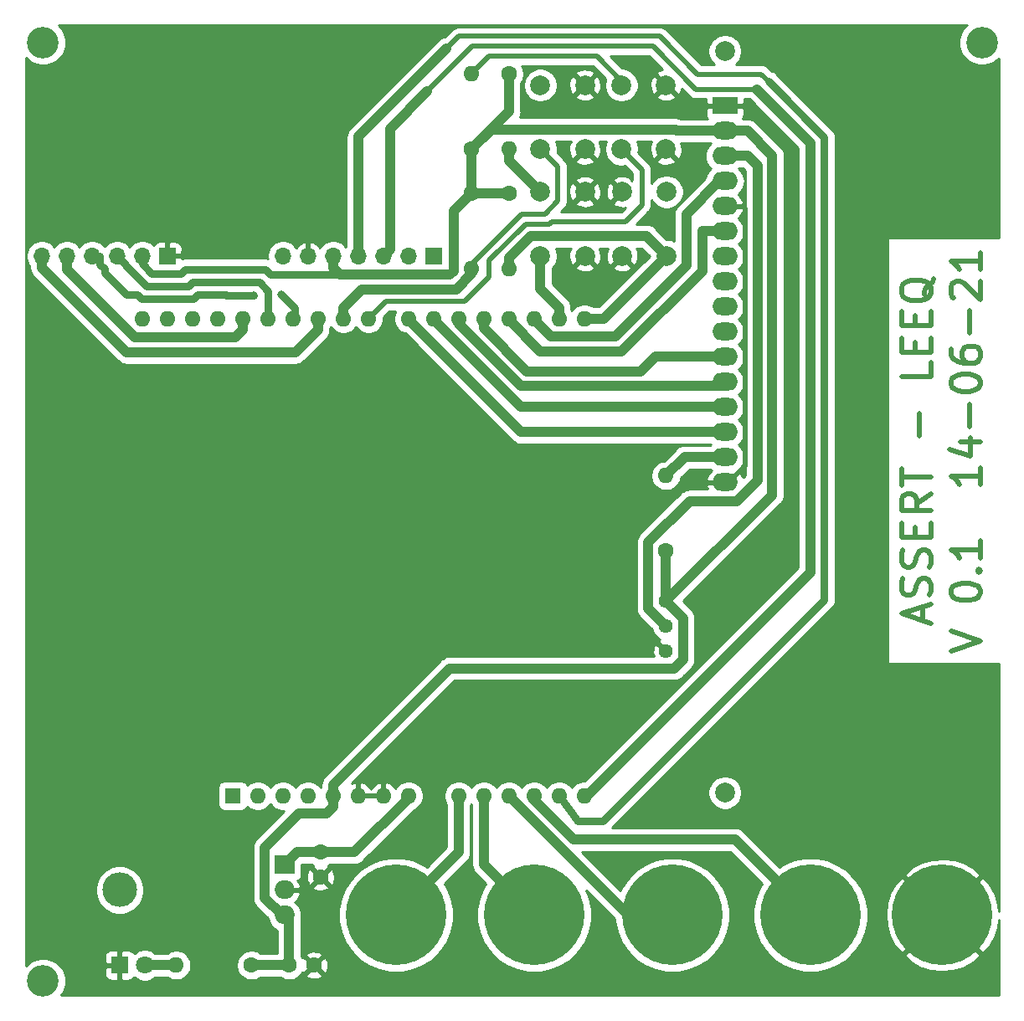
<source format=gbr>
%TF.GenerationSoftware,KiCad,Pcbnew,(5.1.9)-1*%
%TF.CreationDate,2021-06-19T11:56:29-03:00*%
%TF.ProjectId,assert,61737365-7274-42e6-9b69-6361645f7063,rev?*%
%TF.SameCoordinates,Original*%
%TF.FileFunction,Copper,L1,Top*%
%TF.FilePolarity,Positive*%
%FSLAX46Y46*%
G04 Gerber Fmt 4.6, Leading zero omitted, Abs format (unit mm)*
G04 Created by KiCad (PCBNEW (5.1.9)-1) date 2021-06-19 11:56:29*
%MOMM*%
%LPD*%
G01*
G04 APERTURE LIST*
%TA.AperFunction,NonConductor*%
%ADD10C,0.500000*%
%TD*%
%TA.AperFunction,ComponentPad*%
%ADD11C,2.000000*%
%TD*%
%TA.AperFunction,ComponentPad*%
%ADD12O,2.600000X1.800000*%
%TD*%
%TA.AperFunction,ComponentPad*%
%ADD13R,2.600000X1.800000*%
%TD*%
%TA.AperFunction,ComponentPad*%
%ADD14O,1.600000X1.600000*%
%TD*%
%TA.AperFunction,ComponentPad*%
%ADD15R,1.600000X1.600000*%
%TD*%
%TA.AperFunction,ComponentPad*%
%ADD16C,10.160000*%
%TD*%
%TA.AperFunction,ComponentPad*%
%ADD17O,1.700000X1.700000*%
%TD*%
%TA.AperFunction,ComponentPad*%
%ADD18R,1.700000X1.700000*%
%TD*%
%TA.AperFunction,ComponentPad*%
%ADD19O,2.000000X1.905000*%
%TD*%
%TA.AperFunction,ComponentPad*%
%ADD20R,2.000000X1.905000*%
%TD*%
%TA.AperFunction,WasherPad*%
%ADD21O,3.500000X3.500000*%
%TD*%
%TA.AperFunction,ComponentPad*%
%ADD22C,1.440000*%
%TD*%
%TA.AperFunction,ComponentPad*%
%ADD23C,1.600000*%
%TD*%
%TA.AperFunction,ComponentPad*%
%ADD24C,1.800000*%
%TD*%
%TA.AperFunction,ComponentPad*%
%ADD25R,1.800000X1.800000*%
%TD*%
%TA.AperFunction,ViaPad*%
%ADD26C,3.200000*%
%TD*%
%TA.AperFunction,ViaPad*%
%ADD27C,0.800000*%
%TD*%
%TA.AperFunction,Conductor*%
%ADD28C,1.000000*%
%TD*%
%TA.AperFunction,Conductor*%
%ADD29C,0.500000*%
%TD*%
%TA.AperFunction,Conductor*%
%ADD30C,0.800000*%
%TD*%
%TA.AperFunction,Conductor*%
%ADD31C,0.254000*%
%TD*%
%TA.AperFunction,Conductor*%
%ADD32C,0.100000*%
%TD*%
G04 APERTURE END LIST*
D10*
X91472000Y-61029285D02*
X91472000Y-59600714D01*
X92329142Y-61315000D02*
X89329142Y-60315000D01*
X92329142Y-59315000D01*
X92186285Y-58457857D02*
X92329142Y-58029285D01*
X92329142Y-57315000D01*
X92186285Y-57029285D01*
X92043428Y-56886428D01*
X91757714Y-56743571D01*
X91472000Y-56743571D01*
X91186285Y-56886428D01*
X91043428Y-57029285D01*
X90900571Y-57315000D01*
X90757714Y-57886428D01*
X90614857Y-58172142D01*
X90472000Y-58315000D01*
X90186285Y-58457857D01*
X89900571Y-58457857D01*
X89614857Y-58315000D01*
X89472000Y-58172142D01*
X89329142Y-57886428D01*
X89329142Y-57172142D01*
X89472000Y-56743571D01*
X92186285Y-55600714D02*
X92329142Y-55172142D01*
X92329142Y-54457857D01*
X92186285Y-54172142D01*
X92043428Y-54029285D01*
X91757714Y-53886428D01*
X91472000Y-53886428D01*
X91186285Y-54029285D01*
X91043428Y-54172142D01*
X90900571Y-54457857D01*
X90757714Y-55029285D01*
X90614857Y-55315000D01*
X90472000Y-55457857D01*
X90186285Y-55600714D01*
X89900571Y-55600714D01*
X89614857Y-55457857D01*
X89472000Y-55315000D01*
X89329142Y-55029285D01*
X89329142Y-54315000D01*
X89472000Y-53886428D01*
X90757714Y-52600714D02*
X90757714Y-51600714D01*
X92329142Y-51172142D02*
X92329142Y-52600714D01*
X89329142Y-52600714D01*
X89329142Y-51172142D01*
X92329142Y-48172142D02*
X90900571Y-49172142D01*
X92329142Y-49886428D02*
X89329142Y-49886428D01*
X89329142Y-48743571D01*
X89472000Y-48457857D01*
X89614857Y-48315000D01*
X89900571Y-48172142D01*
X90329142Y-48172142D01*
X90614857Y-48315000D01*
X90757714Y-48457857D01*
X90900571Y-48743571D01*
X90900571Y-49886428D01*
X89329142Y-47315000D02*
X89329142Y-45600714D01*
X92329142Y-46457857D02*
X89329142Y-46457857D01*
X91186285Y-42315000D02*
X91186285Y-40029285D01*
X92329142Y-34886428D02*
X92329142Y-36315000D01*
X89329142Y-36315000D01*
X90757714Y-33886428D02*
X90757714Y-32886428D01*
X92329142Y-32457857D02*
X92329142Y-33886428D01*
X89329142Y-33886428D01*
X89329142Y-32457857D01*
X90757714Y-31172142D02*
X90757714Y-30172142D01*
X92329142Y-29743571D02*
X92329142Y-31172142D01*
X89329142Y-31172142D01*
X89329142Y-29743571D01*
X92614857Y-26457857D02*
X92472000Y-26743571D01*
X92186285Y-27029285D01*
X91757714Y-27457857D01*
X91614857Y-27743571D01*
X91614857Y-28029285D01*
X92329142Y-27886428D02*
X92186285Y-28172142D01*
X91900571Y-28457857D01*
X91329142Y-28600714D01*
X90329142Y-28600714D01*
X89757714Y-28457857D01*
X89472000Y-28172142D01*
X89329142Y-27886428D01*
X89329142Y-27315000D01*
X89472000Y-27029285D01*
X89757714Y-26743571D01*
X90329142Y-26600714D01*
X91329142Y-26600714D01*
X91900571Y-26743571D01*
X92186285Y-27029285D01*
X92329142Y-27315000D01*
X92329142Y-27886428D01*
X94329142Y-64100714D02*
X97329142Y-63100714D01*
X94329142Y-62100714D01*
X94329142Y-58243571D02*
X94329142Y-57957857D01*
X94472000Y-57672142D01*
X94614857Y-57529285D01*
X94900571Y-57386428D01*
X95472000Y-57243571D01*
X96186285Y-57243571D01*
X96757714Y-57386428D01*
X97043428Y-57529285D01*
X97186285Y-57672142D01*
X97329142Y-57957857D01*
X97329142Y-58243571D01*
X97186285Y-58529285D01*
X97043428Y-58672142D01*
X96757714Y-58815000D01*
X96186285Y-58957857D01*
X95472000Y-58957857D01*
X94900571Y-58815000D01*
X94614857Y-58672142D01*
X94472000Y-58529285D01*
X94329142Y-58243571D01*
X97043428Y-55957857D02*
X97186285Y-55815000D01*
X97329142Y-55957857D01*
X97186285Y-56100714D01*
X97043428Y-55957857D01*
X97329142Y-55957857D01*
X97329142Y-52957857D02*
X97329142Y-54672142D01*
X97329142Y-53815000D02*
X94329142Y-53815000D01*
X94757714Y-54100714D01*
X95043428Y-54386428D01*
X95186285Y-54672142D01*
X97329142Y-45529285D02*
X97329142Y-47243571D01*
X97329142Y-46386428D02*
X94329142Y-46386428D01*
X94757714Y-46672142D01*
X95043428Y-46957857D01*
X95186285Y-47243571D01*
X95329142Y-42957857D02*
X97329142Y-42957857D01*
X94186285Y-43672142D02*
X96329142Y-44386428D01*
X96329142Y-42529285D01*
X96186285Y-41386428D02*
X96186285Y-39100714D01*
X94329142Y-37100714D02*
X94329142Y-36815000D01*
X94472000Y-36529285D01*
X94614857Y-36386428D01*
X94900571Y-36243571D01*
X95472000Y-36100714D01*
X96186285Y-36100714D01*
X96757714Y-36243571D01*
X97043428Y-36386428D01*
X97186285Y-36529285D01*
X97329142Y-36815000D01*
X97329142Y-37100714D01*
X97186285Y-37386428D01*
X97043428Y-37529285D01*
X96757714Y-37672142D01*
X96186285Y-37815000D01*
X95472000Y-37815000D01*
X94900571Y-37672142D01*
X94614857Y-37529285D01*
X94472000Y-37386428D01*
X94329142Y-37100714D01*
X94329142Y-33529285D02*
X94329142Y-34100714D01*
X94472000Y-34386428D01*
X94614857Y-34529285D01*
X95043428Y-34815000D01*
X95614857Y-34957857D01*
X96757714Y-34957857D01*
X97043428Y-34815000D01*
X97186285Y-34672142D01*
X97329142Y-34386428D01*
X97329142Y-33815000D01*
X97186285Y-33529285D01*
X97043428Y-33386428D01*
X96757714Y-33243571D01*
X96043428Y-33243571D01*
X95757714Y-33386428D01*
X95614857Y-33529285D01*
X95472000Y-33815000D01*
X95472000Y-34386428D01*
X95614857Y-34672142D01*
X95757714Y-34815000D01*
X96043428Y-34957857D01*
X96186285Y-31957857D02*
X96186285Y-29672142D01*
X94614857Y-28386428D02*
X94472000Y-28243571D01*
X94329142Y-27957857D01*
X94329142Y-27243571D01*
X94472000Y-26957857D01*
X94614857Y-26815000D01*
X94900571Y-26672142D01*
X95186285Y-26672142D01*
X95614857Y-26815000D01*
X97329142Y-28529285D01*
X97329142Y-26672142D01*
X97329142Y-23815000D02*
X97329142Y-25529285D01*
X97329142Y-24672142D02*
X94329142Y-24672142D01*
X94757714Y-24957857D01*
X95043428Y-25243571D01*
X95186285Y-25529285D01*
D11*
%TO.P,U2,*%
%TO.N,*%
X71477000Y-78425000D03*
X71477000Y-3425900D03*
D12*
%TO.P,U2,16*%
%TO.N,GNDREF*%
X71477000Y-47025000D03*
%TO.P,U2,15*%
%TO.N,Net-(R6-Pad2)*%
X71477000Y-44485000D03*
%TO.P,U2,14*%
%TO.N,/db7*%
X71477000Y-41945000D03*
%TO.P,U2,13*%
%TO.N,/db6*%
X71477000Y-39405000D03*
%TO.P,U2,12*%
%TO.N,/db5*%
X71477000Y-36865000D03*
%TO.P,U2,11*%
%TO.N,/db4*%
X71477000Y-34325000D03*
%TO.P,U2,10*%
%TO.N,Net-(U2-Pad10)*%
X71477000Y-31785000D03*
%TO.P,U2,9*%
%TO.N,Net-(U2-Pad9)*%
X71477000Y-29245000D03*
%TO.P,U2,8*%
%TO.N,Net-(U2-Pad8)*%
X71477000Y-26705000D03*
%TO.P,U2,7*%
%TO.N,Net-(U2-Pad7)*%
X71477000Y-24165000D03*
%TO.P,U2,6*%
%TO.N,/e*%
X71477000Y-21625000D03*
%TO.P,U2,5*%
%TO.N,GNDREF*%
X71477000Y-19085000D03*
%TO.P,U2,4*%
%TO.N,/rs*%
X71477000Y-16545000D03*
%TO.P,U2,3*%
%TO.N,Net-(RV1-Pad2)*%
X71477000Y-14005000D03*
%TO.P,U2,2*%
%TO.N,/5v*%
X71477000Y-11465000D03*
D13*
%TO.P,U2,1*%
%TO.N,GNDREF*%
X71477000Y-8925000D03*
%TD*%
D14*
%TO.P,A1,16*%
%TO.N,/menos*%
X54737000Y-30480000D03*
%TO.P,A1,15*%
%TO.N,/mais*%
X57277000Y-30480000D03*
%TO.P,A1,30*%
%TO.N,Net-(A1-Pad30)*%
X17657000Y-30480000D03*
%TO.P,A1,14*%
%TO.N,/scl*%
X57277000Y-78740000D03*
%TO.P,A1,29*%
%TO.N,GNDREF*%
X20197000Y-30480000D03*
%TO.P,A1,13*%
%TO.N,/sda*%
X54737000Y-78740000D03*
%TO.P,A1,28*%
%TO.N,/sck*%
X22737000Y-30480000D03*
%TO.P,A1,12*%
%TO.N,/s4*%
X52197000Y-78740000D03*
%TO.P,A1,27*%
%TO.N,/miso*%
X25277000Y-30480000D03*
%TO.P,A1,11*%
%TO.N,/s3*%
X49657000Y-78740000D03*
%TO.P,A1,26*%
%TO.N,/mosi*%
X27817000Y-30480000D03*
%TO.P,A1,10*%
%TO.N,/s2*%
X47117000Y-78740000D03*
%TO.P,A1,25*%
%TO.N,/cs*%
X30357000Y-30480000D03*
%TO.P,A1,9*%
%TO.N,/s1*%
X44577000Y-78740000D03*
%TO.P,A1,24*%
%TO.N,/selecionar*%
X32897000Y-30480000D03*
%TO.P,A1,8*%
%TO.N,/vin*%
X39497000Y-78740000D03*
%TO.P,A1,23*%
%TO.N,/cancelar*%
X35437000Y-30480000D03*
%TO.P,A1,7*%
%TO.N,GNDREF*%
X36957000Y-78740000D03*
%TO.P,A1,22*%
%TO.N,/db7*%
X39497000Y-30480000D03*
%TO.P,A1,6*%
%TO.N,GNDREF*%
X34417000Y-78740000D03*
%TO.P,A1,21*%
%TO.N,/db6*%
X42037000Y-30480000D03*
%TO.P,A1,5*%
%TO.N,/5v*%
X31877000Y-78740000D03*
%TO.P,A1,20*%
%TO.N,/db5*%
X44577000Y-30480000D03*
%TO.P,A1,4*%
%TO.N,Net-(A1-Pad4)*%
X29337000Y-78740000D03*
%TO.P,A1,19*%
%TO.N,/db4*%
X47117000Y-30480000D03*
%TO.P,A1,3*%
%TO.N,Net-(A1-Pad3)*%
X26797000Y-78740000D03*
%TO.P,A1,18*%
%TO.N,/e*%
X49657000Y-30480000D03*
%TO.P,A1,2*%
%TO.N,Net-(A1-Pad2)*%
X24257000Y-78740000D03*
%TO.P,A1,17*%
%TO.N,/rs*%
X52197000Y-30480000D03*
D15*
%TO.P,A1,1*%
%TO.N,Net-(A1-Pad1)*%
X21717000Y-78740000D03*
D14*
%TO.P,A1,31*%
%TO.N,Net-(A1-Pad31)*%
X15117000Y-30480000D03*
%TO.P,A1,32*%
%TO.N,Net-(A1-Pad32)*%
X12577000Y-30480000D03*
%TD*%
D16*
%TO.P,J5,1*%
%TO.N,GNDREF*%
X93472000Y-90805000D03*
%TD*%
%TO.P,J4,1*%
%TO.N,/s4*%
X80137000Y-90805000D03*
%TD*%
D17*
%TO.P,J9,7*%
%TO.N,/bat*%
X26797000Y-24130000D03*
%TO.P,J9,6*%
%TO.N,GNDREF*%
X29337000Y-24130000D03*
%TO.P,J9,5*%
%TO.N,/5v*%
X31877000Y-24130000D03*
%TO.P,J9,4*%
%TO.N,/sda*%
X34417000Y-24130000D03*
%TO.P,J9,3*%
%TO.N,/scl*%
X36957000Y-24130000D03*
%TO.P,J9,2*%
%TO.N,/ds*%
X39497000Y-24130000D03*
D18*
%TO.P,J9,1*%
%TO.N,/sq*%
X42037000Y-24130000D03*
%TD*%
D19*
%TO.P,U1,3*%
%TO.N,/5v*%
X26947000Y-90805000D03*
%TO.P,U1,2*%
%TO.N,GNDREF*%
X26947000Y-88265000D03*
D20*
%TO.P,U1,1*%
%TO.N,/vin*%
X26947000Y-85725000D03*
D21*
%TO.P,U1,*%
%TO.N,*%
X10287000Y-88265000D03*
%TD*%
D11*
%TO.P,SW4,1*%
%TO.N,/cancelar*%
X61032000Y-13335000D03*
%TO.P,SW4,2*%
%TO.N,GNDREF*%
X65532000Y-13335000D03*
%TO.P,SW4,1*%
%TO.N,/cancelar*%
X61032000Y-6835000D03*
%TO.P,SW4,2*%
%TO.N,GNDREF*%
X65532000Y-6835000D03*
%TD*%
%TO.P,SW3,1*%
%TO.N,/selecionar*%
X52832000Y-13335000D03*
%TO.P,SW3,2*%
%TO.N,GNDREF*%
X57332000Y-13335000D03*
%TO.P,SW3,1*%
%TO.N,/selecionar*%
X52832000Y-6835000D03*
%TO.P,SW3,2*%
%TO.N,GNDREF*%
X57332000Y-6835000D03*
%TD*%
%TO.P,SW2,1*%
%TO.N,/menos*%
X52832000Y-24130000D03*
%TO.P,SW2,2*%
%TO.N,GNDREF*%
X57332000Y-24130000D03*
%TO.P,SW2,1*%
%TO.N,/menos*%
X52832000Y-17630000D03*
%TO.P,SW2,2*%
%TO.N,GNDREF*%
X57332000Y-17630000D03*
%TD*%
%TO.P,SW1,1*%
%TO.N,/mais*%
X65587000Y-17630000D03*
%TO.P,SW1,2*%
%TO.N,GNDREF*%
X61087000Y-17630000D03*
%TO.P,SW1,1*%
%TO.N,/mais*%
X65587000Y-24130000D03*
%TO.P,SW1,2*%
%TO.N,GNDREF*%
X61087000Y-24130000D03*
%TD*%
D22*
%TO.P,RV1,1*%
%TO.N,GNDREF*%
X65532000Y-64135000D03*
%TO.P,RV1,2*%
%TO.N,Net-(RV1-Pad2)*%
X65532000Y-61595000D03*
%TO.P,RV1,3*%
%TO.N,/5v*%
X65532000Y-59055000D03*
%TD*%
D14*
%TO.P,R6,2*%
%TO.N,Net-(R6-Pad2)*%
X65532000Y-46355000D03*
D23*
%TO.P,R6,1*%
%TO.N,/5v*%
X65532000Y-53975000D03*
%TD*%
D14*
%TO.P,R5,2*%
%TO.N,/cancelar*%
X45847000Y-5715000D03*
D23*
%TO.P,R5,1*%
%TO.N,/5v*%
X45847000Y-13335000D03*
%TD*%
D14*
%TO.P,R4,2*%
%TO.N,/selecionar*%
X45847000Y-25400000D03*
D23*
%TO.P,R4,1*%
%TO.N,/5v*%
X45847000Y-17780000D03*
%TD*%
D14*
%TO.P,R3,2*%
%TO.N,/menos*%
X49657000Y-13335000D03*
D23*
%TO.P,R3,1*%
%TO.N,/5v*%
X49657000Y-5715000D03*
%TD*%
D14*
%TO.P,R2,2*%
%TO.N,/mais*%
X49657000Y-25400000D03*
D23*
%TO.P,R2,1*%
%TO.N,/5v*%
X49657000Y-17780000D03*
%TD*%
D14*
%TO.P,R1,2*%
%TO.N,Net-(D1-Pad2)*%
X16002000Y-95885000D03*
D23*
%TO.P,R1,1*%
%TO.N,/5v*%
X23622000Y-95885000D03*
%TD*%
D17*
%TO.P,J8,6*%
%TO.N,/cs*%
X2413000Y-24130000D03*
%TO.P,J8,5*%
%TO.N,/sck*%
X4953000Y-24130000D03*
%TO.P,J8,4*%
%TO.N,/mosi*%
X7493000Y-24130000D03*
%TO.P,J8,3*%
%TO.N,/miso*%
X10033000Y-24130000D03*
%TO.P,J8,2*%
%TO.N,/5v*%
X12573000Y-24130000D03*
D18*
%TO.P,J8,1*%
%TO.N,GNDREF*%
X15113000Y-24130000D03*
%TD*%
D16*
%TO.P,J3,1*%
%TO.N,/s3*%
X66167000Y-90805000D03*
%TD*%
%TO.P,J2,1*%
%TO.N,/s2*%
X52197000Y-90805000D03*
%TD*%
%TO.P,J1,1*%
%TO.N,/s1*%
X38227000Y-90805000D03*
%TD*%
D24*
%TO.P,D1,2*%
%TO.N,Net-(D1-Pad2)*%
X12827000Y-95885000D03*
D25*
%TO.P,D1,1*%
%TO.N,GNDREF*%
X10287000Y-95885000D03*
%TD*%
D23*
%TO.P,C2,2*%
%TO.N,GNDREF*%
X29932000Y-95885000D03*
%TO.P,C2,1*%
%TO.N,/5v*%
X27432000Y-95885000D03*
%TD*%
%TO.P,C1,2*%
%TO.N,GNDREF*%
X30607000Y-86955000D03*
%TO.P,C1,1*%
%TO.N,/vin*%
X30607000Y-84455000D03*
%TD*%
D26*
%TO.N,*%
X2540000Y-2540000D03*
X97460000Y-2540000D03*
X2540000Y-97460000D03*
D27*
%TO.N,/mosi*%
X23876000Y-28092400D03*
X26670000Y-28067000D03*
%TD*%
D28*
%TO.N,/menos*%
X54737000Y-29348630D02*
X54737000Y-30480000D01*
X52832000Y-24130000D02*
X52832000Y-27443630D01*
X52832000Y-27443630D02*
X54737000Y-29348630D01*
X49657000Y-14455000D02*
X52832000Y-17630000D01*
X49657000Y-13335000D02*
X49657000Y-14455000D01*
%TO.N,/mais*%
X59237000Y-30480000D02*
X57277000Y-30480000D01*
X65587000Y-24130000D02*
X59237000Y-30480000D01*
X63586999Y-22129999D02*
X65587000Y-24130000D01*
X51873335Y-22129999D02*
X63586999Y-22129999D01*
X49657000Y-25400000D02*
X49657000Y-24346334D01*
X49657000Y-24346334D02*
X51873335Y-22129999D01*
D29*
%TO.N,/scl*%
X57512653Y-78740000D02*
X57277000Y-78740000D01*
D28*
X80137000Y-56115653D02*
X57512653Y-78740000D01*
X74711999Y-7274999D02*
X80137000Y-12700000D01*
X80137000Y-12700000D02*
X80137000Y-56115653D01*
D29*
X45972760Y-2905011D02*
X64192013Y-2905011D01*
X64192013Y-2905011D02*
X68562001Y-7274999D01*
X68562001Y-7274999D02*
X74711999Y-7274999D01*
X45972760Y-2905011D02*
X41402000Y-7475771D01*
D28*
X37646999Y-23440001D02*
X36957000Y-24130000D01*
X37646999Y-11230772D02*
X37646999Y-23440001D01*
X41402000Y-7475771D02*
X37646999Y-11230772D01*
D29*
%TO.N,GNDREF*%
X73527010Y-19335010D02*
X73277000Y-19085000D01*
X73527010Y-45374990D02*
X73527010Y-19335010D01*
X71877000Y-47025000D02*
X73527010Y-45374990D01*
X71477000Y-47025000D02*
X71877000Y-47025000D01*
D28*
%TO.N,/sda*%
X34417000Y-12065000D02*
X34417000Y-24130000D01*
X43307000Y-3175000D02*
X34417000Y-12065000D01*
D29*
X44577000Y-1905000D02*
X43307000Y-3175000D01*
X64897000Y-1905000D02*
X44577000Y-1905000D01*
D30*
X56642000Y-81280000D02*
X54737000Y-78740000D01*
X59182000Y-81280000D02*
X56642000Y-81280000D01*
X81537010Y-58924990D02*
X59182000Y-81280000D01*
X81537010Y-12120097D02*
X81537010Y-58924990D01*
X75920600Y-6477000D02*
X81537010Y-12120097D01*
D29*
X75184000Y-5740400D02*
X68732400Y-5740400D01*
X75920600Y-6477000D02*
X75184000Y-5740400D01*
X68732400Y-5740400D02*
X64897000Y-1905000D01*
D28*
%TO.N,/sck*%
X4953000Y-25520002D02*
X11817998Y-32385000D01*
X4953000Y-24130000D02*
X4953000Y-25520002D01*
X11817998Y-32385000D02*
X21963370Y-32385000D01*
X21963370Y-32385000D02*
X22737000Y-31611370D01*
X22737000Y-31611370D02*
X22737000Y-30480000D01*
%TO.N,/s4*%
X72517000Y-83185000D02*
X80137000Y-90805000D01*
X56184482Y-83185000D02*
X72517000Y-83185000D01*
X52197000Y-79197518D02*
X56184482Y-83185000D01*
X52197000Y-78740000D02*
X52197000Y-79197518D01*
%TO.N,/miso*%
X10033000Y-24130000D02*
X10033000Y-24511000D01*
D30*
X10033000Y-24130000D02*
X10882999Y-24979999D01*
X10882999Y-24979999D02*
X10882999Y-25058494D01*
X25277000Y-27654907D02*
X25277000Y-30480000D01*
X24393693Y-26771600D02*
X25277000Y-27654907D01*
X17629895Y-26771600D02*
X24393693Y-26771600D01*
X13004517Y-27180012D02*
X17221483Y-27180012D01*
X10882999Y-25058494D02*
X13004517Y-27180012D01*
X17221483Y-27180012D02*
X17629895Y-26771600D01*
D28*
%TO.N,/s3*%
X49657000Y-78778852D02*
X49657000Y-78740000D01*
X61683148Y-90805000D02*
X49657000Y-78778852D01*
X66167000Y-90805000D02*
X61683148Y-90805000D01*
D30*
%TO.N,/mosi*%
X27813000Y-30476000D02*
X27817000Y-30480000D01*
X26670000Y-28067000D02*
X27990800Y-29387800D01*
X27990800Y-30306200D02*
X27817000Y-30480000D01*
X27990800Y-29387800D02*
X27990800Y-30306200D01*
X7493000Y-24130000D02*
X8282999Y-24130000D01*
X21030120Y-28071610D02*
X21050910Y-28092400D01*
X8282999Y-24130000D02*
X8282999Y-24970001D01*
X21050910Y-28092400D02*
X23876000Y-28092400D01*
X8282999Y-24970001D02*
X8732990Y-25419992D01*
X8732990Y-25419992D02*
X8732990Y-25870562D01*
X10934038Y-28071610D02*
X12057624Y-28071610D01*
X8732990Y-25870562D02*
X10934038Y-28071610D01*
X12057624Y-28071610D02*
X12466036Y-28480022D01*
X12466036Y-28480022D02*
X17759964Y-28480022D01*
X17759964Y-28480022D02*
X18168376Y-28071610D01*
X18168376Y-28071610D02*
X21030120Y-28071610D01*
D28*
%TO.N,/s2*%
X47117000Y-85725000D02*
X47117000Y-78740000D01*
X52197000Y-90805000D02*
X47117000Y-85725000D01*
%TO.N,/cs*%
X2413000Y-25332081D02*
X10965930Y-33885011D01*
X2413000Y-24130000D02*
X2413000Y-25332081D01*
X10965930Y-33885011D02*
X28083359Y-33885011D01*
X28083359Y-33885011D02*
X30357000Y-31611370D01*
X30357000Y-31611370D02*
X30357000Y-30480000D01*
%TO.N,/s1*%
X44577000Y-84455000D02*
X44577000Y-78740000D01*
X38227000Y-90805000D02*
X44577000Y-84455000D01*
D29*
%TO.N,/selecionar*%
X54582001Y-15085001D02*
X54582001Y-18569999D01*
X52832000Y-13335000D02*
X54582001Y-15085001D01*
X45847000Y-24972989D02*
X45847000Y-25400000D01*
X50940010Y-19879979D02*
X45847000Y-24972989D01*
X53272022Y-19879978D02*
X50940010Y-19879979D01*
X54582001Y-18569999D02*
X53272022Y-19879978D01*
D28*
X44308325Y-27480012D02*
X34765618Y-27480012D01*
X45847000Y-25941337D02*
X44308325Y-27480012D01*
X32897000Y-29348630D02*
X32897000Y-30480000D01*
X34765618Y-27480012D02*
X32897000Y-29348630D01*
X45847000Y-25400000D02*
X45847000Y-25941337D01*
%TO.N,/vin*%
X28217000Y-84455000D02*
X30607000Y-84455000D01*
X26947000Y-85725000D02*
X28217000Y-84455000D01*
X39497000Y-78988185D02*
X39497000Y-78740000D01*
X34030185Y-84455000D02*
X39497000Y-78988185D01*
X30607000Y-84455000D02*
X34030185Y-84455000D01*
D29*
%TO.N,/cancelar*%
X63087001Y-15390001D02*
X63087001Y-18954999D01*
X61412012Y-20629988D02*
X53936241Y-20629988D01*
X53936241Y-20629988D02*
X53686239Y-20879988D01*
X63087001Y-18954999D02*
X61412012Y-20629988D01*
X61032000Y-13335000D02*
X63087001Y-15390001D01*
X51354228Y-20879989D02*
X47647001Y-24587216D01*
X45180979Y-28730023D02*
X37186977Y-28730023D01*
X37186977Y-28730023D02*
X35437000Y-30480000D01*
X47647001Y-24587216D02*
X47647001Y-26264001D01*
X53686239Y-20879988D02*
X51354228Y-20879989D01*
X47647001Y-26264001D02*
X45180979Y-28730023D01*
X61032000Y-6422000D02*
X61032000Y-6835000D01*
X58515022Y-3905022D02*
X61032000Y-6422000D01*
X47656978Y-3905022D02*
X58515022Y-3905022D01*
X45847000Y-5715000D02*
X47656978Y-3905022D01*
D28*
%TO.N,/db7*%
X39497000Y-30604002D02*
X39497000Y-30480000D01*
X50837998Y-41945000D02*
X39497000Y-30604002D01*
X71477000Y-41945000D02*
X50837998Y-41945000D01*
%TO.N,/db6*%
X50837998Y-39405000D02*
X42037000Y-30604002D01*
X42037000Y-30604002D02*
X42037000Y-30480000D01*
X71477000Y-39405000D02*
X50837998Y-39405000D01*
%TO.N,/db5*%
X71477000Y-36865000D02*
X71051980Y-37290020D01*
X50844352Y-37290020D02*
X44577000Y-31022668D01*
X44577000Y-31022668D02*
X44577000Y-30480000D01*
X71051980Y-37290020D02*
X50844352Y-37290020D01*
%TO.N,/db4*%
X47117000Y-31441334D02*
X47117000Y-30480000D01*
X64443334Y-34325000D02*
X62978325Y-35790009D01*
X51465675Y-35790009D02*
X47117000Y-31441334D01*
X71477000Y-34325000D02*
X64443334Y-34325000D01*
X62978325Y-35790009D02*
X51465675Y-35790009D01*
%TO.N,/rs*%
X52197000Y-30604002D02*
X52197000Y-30480000D01*
X53872999Y-32280001D02*
X52197000Y-30604002D01*
X60397001Y-32280001D02*
X53872999Y-32280001D01*
X71477000Y-16545000D02*
X70929981Y-16545000D01*
X67587001Y-25090001D02*
X60397001Y-32280001D01*
X70929981Y-16545000D02*
X67587001Y-19887980D01*
X67587001Y-19887980D02*
X67587001Y-25090001D01*
%TO.N,/e*%
X69177000Y-21625000D02*
X69177000Y-25621337D01*
X71477000Y-21625000D02*
X69177000Y-21625000D01*
X69177000Y-25621337D02*
X61018325Y-33780012D01*
X61018325Y-33780012D02*
X52833010Y-33780012D01*
X52833010Y-33780012D02*
X49657000Y-30604002D01*
X49657000Y-30604002D02*
X49657000Y-30480000D01*
%TO.N,/5v*%
X23622000Y-95885000D02*
X27432000Y-95885000D01*
D29*
X27432000Y-91290000D02*
X26947000Y-90805000D01*
D28*
X27432000Y-95885000D02*
X27432000Y-91290000D01*
X31877000Y-79871370D02*
X31877000Y-78740000D01*
X26947000Y-90805000D02*
X26678234Y-90805000D01*
X26678234Y-90805000D02*
X24946999Y-89073765D01*
X31208369Y-80540001D02*
X31877000Y-79871370D01*
X24946999Y-89073765D02*
X24946999Y-83972499D01*
X24946999Y-83972499D02*
X28379497Y-80540001D01*
X28379497Y-80540001D02*
X31208369Y-80540001D01*
X49657000Y-9525000D02*
X45847000Y-13335000D01*
X49657000Y-5715000D02*
X49657000Y-9525000D01*
X45847000Y-13335000D02*
X45847000Y-17780000D01*
X45847000Y-17780000D02*
X49657000Y-17780000D01*
X47847001Y-11334999D02*
X45847000Y-13335000D01*
X71477000Y-11465000D02*
X66622002Y-11465000D01*
X66622002Y-11465000D02*
X66492001Y-11334999D01*
X66492001Y-11334999D02*
X47847001Y-11334999D01*
X65532000Y-59055000D02*
X65532000Y-53975000D01*
X67252001Y-60775001D02*
X65532000Y-59055000D01*
X67252001Y-64960601D02*
X67252001Y-60775001D01*
X66357601Y-65855001D02*
X67252001Y-64960601D01*
X43630629Y-65855001D02*
X66357601Y-65855001D01*
X31877000Y-77608630D02*
X43630629Y-65855001D01*
X31877000Y-78740000D02*
X31877000Y-77608630D01*
X73777000Y-11465000D02*
X71477000Y-11465000D01*
X76277029Y-48309971D02*
X76277029Y-13965029D01*
X76277029Y-13965029D02*
X73777000Y-11465000D01*
X65532000Y-59055000D02*
X76277029Y-48309971D01*
X44046999Y-19580001D02*
X45847000Y-17780000D01*
X31877000Y-25332081D02*
X32524920Y-25980001D01*
X43687001Y-25980001D02*
X44046999Y-25620003D01*
X44046999Y-25620003D02*
X44046999Y-19580001D01*
X31877000Y-25332081D02*
X31877000Y-24130000D01*
X33346001Y-25980001D02*
X43687001Y-25980001D01*
X32524920Y-25980001D02*
X33346001Y-25980001D01*
D30*
X25017686Y-25471589D02*
X25526098Y-25980001D01*
X16863001Y-25471589D02*
X25017686Y-25471589D01*
X25526098Y-25980001D02*
X33346001Y-25980001D01*
X13542999Y-25880001D02*
X16454589Y-25880001D01*
X16454589Y-25880001D02*
X16863001Y-25471589D01*
X12573000Y-24910002D02*
X13542999Y-25880001D01*
X12573000Y-24130000D02*
X12573000Y-24910002D01*
D28*
%TO.N,Net-(D1-Pad2)*%
X12827000Y-95885000D02*
X16002000Y-95885000D01*
%TO.N,Net-(R6-Pad2)*%
X67402000Y-44485000D02*
X65532000Y-46355000D01*
X71477000Y-44485000D02*
X67402000Y-44485000D01*
%TO.N,Net-(RV1-Pad2)*%
X73777000Y-14005000D02*
X71477000Y-14005000D01*
X65532000Y-61595000D02*
X63731999Y-59794999D01*
X63731999Y-53110999D02*
X67917988Y-48925010D01*
X74777020Y-15005020D02*
X73777000Y-14005000D01*
X74777020Y-46811999D02*
X74777020Y-15005020D01*
X72664009Y-48925010D02*
X74777020Y-46811999D01*
X67917988Y-48925010D02*
X72664009Y-48925010D01*
X63731999Y-59794999D02*
X63731999Y-53110999D01*
%TD*%
D31*
%TO.N,GNDREF*%
X95652501Y-1056624D02*
X95397840Y-1437752D01*
X95222426Y-1861239D01*
X95133000Y-2310811D01*
X95133000Y-2769189D01*
X95222426Y-3218761D01*
X95397840Y-3642248D01*
X95652501Y-4023376D01*
X95976624Y-4347499D01*
X96357752Y-4602160D01*
X96781239Y-4777574D01*
X97230811Y-4867000D01*
X97689189Y-4867000D01*
X98138761Y-4777574D01*
X98562248Y-4602160D01*
X98943376Y-4347499D01*
X99172000Y-4118875D01*
X99172000Y-22266571D01*
X87960000Y-22266571D01*
X87960000Y-65363428D01*
X99172001Y-65363428D01*
X99172001Y-90388630D01*
X99122697Y-89781435D01*
X98814433Y-88698706D01*
X98300863Y-87696921D01*
X98191416Y-87533124D01*
X97509196Y-86947409D01*
X93651605Y-90805000D01*
X97509196Y-94662591D01*
X98191416Y-94076876D01*
X98739045Y-93093296D01*
X99084265Y-92021777D01*
X99172001Y-91264398D01*
X99172001Y-98918000D01*
X4364455Y-98918000D01*
X4602160Y-98562248D01*
X4777574Y-98138761D01*
X4867000Y-97689189D01*
X4867000Y-97230811D01*
X4778323Y-96785000D01*
X8748928Y-96785000D01*
X8761188Y-96909482D01*
X8797498Y-97029180D01*
X8856463Y-97139494D01*
X8935815Y-97236185D01*
X9032506Y-97315537D01*
X9142820Y-97374502D01*
X9262518Y-97410812D01*
X9387000Y-97423072D01*
X10001250Y-97420000D01*
X10160000Y-97261250D01*
X10160000Y-96012000D01*
X8910750Y-96012000D01*
X8752000Y-96170750D01*
X8748928Y-96785000D01*
X4778323Y-96785000D01*
X4777574Y-96781239D01*
X4602160Y-96357752D01*
X4347499Y-95976624D01*
X4023376Y-95652501D01*
X3642248Y-95397840D01*
X3218761Y-95222426D01*
X2769189Y-95133000D01*
X2310811Y-95133000D01*
X1861239Y-95222426D01*
X1437752Y-95397840D01*
X1056624Y-95652501D01*
X777000Y-95932125D01*
X777000Y-94985000D01*
X8748928Y-94985000D01*
X8752000Y-95599250D01*
X8910750Y-95758000D01*
X10160000Y-95758000D01*
X10160000Y-94508750D01*
X10414000Y-94508750D01*
X10414000Y-95758000D01*
X10434000Y-95758000D01*
X10434000Y-96012000D01*
X10414000Y-96012000D01*
X10414000Y-97261250D01*
X10572750Y-97420000D01*
X11187000Y-97423072D01*
X11311482Y-97410812D01*
X11431180Y-97374502D01*
X11541494Y-97315537D01*
X11638185Y-97236185D01*
X11717537Y-97139494D01*
X11739493Y-97098418D01*
X11789848Y-97148773D01*
X12056327Y-97326828D01*
X12352422Y-97449475D01*
X12666755Y-97512000D01*
X12987245Y-97512000D01*
X13301578Y-97449475D01*
X13597673Y-97326828D01*
X13864152Y-97148773D01*
X13900925Y-97112000D01*
X15089807Y-97112000D01*
X15278694Y-97238210D01*
X15556590Y-97353319D01*
X15851604Y-97412000D01*
X16152396Y-97412000D01*
X16447410Y-97353319D01*
X16725306Y-97238210D01*
X16975406Y-97071099D01*
X17188099Y-96858406D01*
X17355210Y-96608306D01*
X17470319Y-96330410D01*
X17529000Y-96035396D01*
X17529000Y-95734604D01*
X17470319Y-95439590D01*
X17355210Y-95161694D01*
X17188099Y-94911594D01*
X16975406Y-94698901D01*
X16725306Y-94531790D01*
X16447410Y-94416681D01*
X16152396Y-94358000D01*
X15851604Y-94358000D01*
X15556590Y-94416681D01*
X15278694Y-94531790D01*
X15089807Y-94658000D01*
X13900925Y-94658000D01*
X13864152Y-94621227D01*
X13597673Y-94443172D01*
X13301578Y-94320525D01*
X12987245Y-94258000D01*
X12666755Y-94258000D01*
X12352422Y-94320525D01*
X12056327Y-94443172D01*
X11789848Y-94621227D01*
X11739493Y-94671582D01*
X11717537Y-94630506D01*
X11638185Y-94533815D01*
X11541494Y-94454463D01*
X11431180Y-94395498D01*
X11311482Y-94359188D01*
X11187000Y-94346928D01*
X10572750Y-94350000D01*
X10414000Y-94508750D01*
X10160000Y-94508750D01*
X10001250Y-94350000D01*
X9387000Y-94346928D01*
X9262518Y-94359188D01*
X9142820Y-94395498D01*
X9032506Y-94454463D01*
X8935815Y-94533815D01*
X8856463Y-94630506D01*
X8797498Y-94740820D01*
X8761188Y-94860518D01*
X8748928Y-94985000D01*
X777000Y-94985000D01*
X777000Y-88021037D01*
X7810000Y-88021037D01*
X7810000Y-88508963D01*
X7905190Y-88987514D01*
X8091911Y-89438299D01*
X8362989Y-89843995D01*
X8708005Y-90189011D01*
X9113701Y-90460089D01*
X9564486Y-90646810D01*
X10043037Y-90742000D01*
X10530963Y-90742000D01*
X11009514Y-90646810D01*
X11460299Y-90460089D01*
X11865995Y-90189011D01*
X12211011Y-89843995D01*
X12482089Y-89438299D01*
X12668810Y-88987514D01*
X12764000Y-88508963D01*
X12764000Y-88021037D01*
X12668810Y-87542486D01*
X12482089Y-87091701D01*
X12211011Y-86686005D01*
X11865995Y-86340989D01*
X11460299Y-86069911D01*
X11009514Y-85883190D01*
X10530963Y-85788000D01*
X10043037Y-85788000D01*
X9564486Y-85883190D01*
X9113701Y-86069911D01*
X8708005Y-86340989D01*
X8362989Y-86686005D01*
X8091911Y-87091701D01*
X7905190Y-87542486D01*
X7810000Y-88021037D01*
X777000Y-88021037D01*
X777000Y-23974679D01*
X836000Y-23974679D01*
X836000Y-24285321D01*
X896604Y-24589994D01*
X1015481Y-24876989D01*
X1186000Y-25132190D01*
X1186000Y-25271821D01*
X1180065Y-25332081D01*
X1186000Y-25392341D01*
X1186000Y-25392349D01*
X1203755Y-25572615D01*
X1273916Y-25803905D01*
X1387852Y-26017064D01*
X1459810Y-26104744D01*
X1490750Y-26142444D01*
X1541184Y-26203898D01*
X1587996Y-26242316D01*
X10055695Y-34710016D01*
X10094113Y-34756828D01*
X10280947Y-34910160D01*
X10494104Y-35024094D01*
X10494106Y-35024095D01*
X10725396Y-35094257D01*
X10845876Y-35106122D01*
X10905662Y-35112011D01*
X10905667Y-35112011D01*
X10965930Y-35117946D01*
X11026193Y-35112011D01*
X28023099Y-35112011D01*
X28083359Y-35117946D01*
X28143619Y-35112011D01*
X28143627Y-35112011D01*
X28323893Y-35094256D01*
X28555183Y-35024095D01*
X28768342Y-34910160D01*
X28955176Y-34756828D01*
X28993598Y-34710011D01*
X31182006Y-32521604D01*
X31228817Y-32483187D01*
X31382149Y-32296353D01*
X31463334Y-32144466D01*
X31496084Y-32083195D01*
X31566245Y-31851904D01*
X31570552Y-31808177D01*
X31584000Y-31671638D01*
X31584000Y-31671630D01*
X31589935Y-31611370D01*
X31584000Y-31551110D01*
X31584000Y-31392193D01*
X31627000Y-31327839D01*
X31710901Y-31453406D01*
X31923594Y-31666099D01*
X32173694Y-31833210D01*
X32451590Y-31948319D01*
X32746604Y-32007000D01*
X33047396Y-32007000D01*
X33342410Y-31948319D01*
X33620306Y-31833210D01*
X33870406Y-31666099D01*
X34083099Y-31453406D01*
X34167000Y-31327839D01*
X34250901Y-31453406D01*
X34463594Y-31666099D01*
X34713694Y-31833210D01*
X34991590Y-31948319D01*
X35286604Y-32007000D01*
X35587396Y-32007000D01*
X35882410Y-31948319D01*
X36160306Y-31833210D01*
X36410406Y-31666099D01*
X36623099Y-31453406D01*
X36790210Y-31203306D01*
X36905319Y-30925410D01*
X36964000Y-30630396D01*
X36964000Y-30334686D01*
X37591664Y-29707023D01*
X38176979Y-29707023D01*
X38143790Y-29756694D01*
X38028681Y-30034590D01*
X37970000Y-30329604D01*
X37970000Y-30630396D01*
X38028681Y-30925410D01*
X38143790Y-31203306D01*
X38310901Y-31453406D01*
X38523594Y-31666099D01*
X38773694Y-31833210D01*
X39051590Y-31948319D01*
X39119607Y-31961848D01*
X49927763Y-42770005D01*
X49966181Y-42816817D01*
X50153015Y-42970149D01*
X50366174Y-43084084D01*
X50597464Y-43154245D01*
X50777730Y-43172000D01*
X50777737Y-43172000D01*
X50837997Y-43177935D01*
X50898257Y-43172000D01*
X70007450Y-43172000D01*
X70059845Y-43215000D01*
X70007450Y-43258000D01*
X67462259Y-43258000D01*
X67401999Y-43252065D01*
X67341739Y-43258000D01*
X67341732Y-43258000D01*
X67161466Y-43275755D01*
X66930176Y-43345916D01*
X66717017Y-43459851D01*
X66530183Y-43613183D01*
X66491765Y-43659995D01*
X65309398Y-44842362D01*
X65086590Y-44886681D01*
X64808694Y-45001790D01*
X64558594Y-45168901D01*
X64345901Y-45381594D01*
X64178790Y-45631694D01*
X64063681Y-45909590D01*
X64005000Y-46204604D01*
X64005000Y-46505396D01*
X64063681Y-46800410D01*
X64178790Y-47078306D01*
X64345901Y-47328406D01*
X64558594Y-47541099D01*
X64808694Y-47708210D01*
X65086590Y-47823319D01*
X65381604Y-47882000D01*
X65682396Y-47882000D01*
X65977410Y-47823319D01*
X66255306Y-47708210D01*
X66505406Y-47541099D01*
X66718099Y-47328406D01*
X66885210Y-47078306D01*
X67000319Y-46800410D01*
X67044638Y-46577602D01*
X67910240Y-45712000D01*
X70007450Y-45712000D01*
X70129535Y-45812193D01*
X70118604Y-45819252D01*
X69901790Y-46029394D01*
X69730138Y-46277796D01*
X69610245Y-46554913D01*
X69585964Y-46660260D01*
X69706622Y-46898000D01*
X71350000Y-46898000D01*
X71350000Y-46878000D01*
X71604000Y-46878000D01*
X71604000Y-46898000D01*
X71624000Y-46898000D01*
X71624000Y-47152000D01*
X71604000Y-47152000D01*
X71604000Y-47172000D01*
X71350000Y-47172000D01*
X71350000Y-47152000D01*
X69706622Y-47152000D01*
X69585964Y-47389740D01*
X69610245Y-47495087D01*
X69698038Y-47698010D01*
X67978247Y-47698010D01*
X67917987Y-47692075D01*
X67857727Y-47698010D01*
X67857720Y-47698010D01*
X67677454Y-47715765D01*
X67446164Y-47785926D01*
X67233005Y-47899861D01*
X67046171Y-48053193D01*
X67007753Y-48100005D01*
X62906995Y-52200764D01*
X62860183Y-52239182D01*
X62706851Y-52426016D01*
X62663735Y-52506681D01*
X62592916Y-52639175D01*
X62522754Y-52870466D01*
X62499064Y-53110999D01*
X62505000Y-53171269D01*
X62504999Y-59734739D01*
X62499064Y-59794999D01*
X62504999Y-59855259D01*
X62504999Y-59855266D01*
X62522754Y-60035532D01*
X62592915Y-60266822D01*
X62706850Y-60479981D01*
X62860182Y-60666816D01*
X62906999Y-60705238D01*
X64121184Y-61919424D01*
X64140608Y-62017074D01*
X64249686Y-62280411D01*
X64408042Y-62517408D01*
X64609592Y-62718958D01*
X64846589Y-62877314D01*
X64932694Y-62912980D01*
X64837932Y-62963632D01*
X64776045Y-63199440D01*
X65532000Y-63955395D01*
X65546143Y-63941253D01*
X65725748Y-64120858D01*
X65711605Y-64135000D01*
X65725748Y-64149143D01*
X65546143Y-64328748D01*
X65532000Y-64314605D01*
X65517858Y-64328748D01*
X65338253Y-64149143D01*
X65352395Y-64135000D01*
X64596440Y-63379045D01*
X64360632Y-63440932D01*
X64247734Y-63682790D01*
X64184189Y-63942027D01*
X64172439Y-64208680D01*
X64212937Y-64472501D01*
X64269463Y-64628001D01*
X43690892Y-64628001D01*
X43630629Y-64622066D01*
X43570366Y-64628001D01*
X43570361Y-64628001D01*
X43510575Y-64633890D01*
X43390095Y-64645755D01*
X43158805Y-64715917D01*
X42945646Y-64829852D01*
X42758812Y-64983184D01*
X42720394Y-65029996D01*
X31051996Y-76698395D01*
X31005184Y-76736813D01*
X30851852Y-76923647D01*
X30737916Y-77136806D01*
X30667755Y-77368096D01*
X30650000Y-77548362D01*
X30650000Y-77548370D01*
X30644065Y-77608630D01*
X30650000Y-77668890D01*
X30650000Y-77827807D01*
X30607000Y-77892161D01*
X30523099Y-77766594D01*
X30310406Y-77553901D01*
X30060306Y-77386790D01*
X29782410Y-77271681D01*
X29487396Y-77213000D01*
X29186604Y-77213000D01*
X28891590Y-77271681D01*
X28613694Y-77386790D01*
X28363594Y-77553901D01*
X28150901Y-77766594D01*
X28067000Y-77892161D01*
X27983099Y-77766594D01*
X27770406Y-77553901D01*
X27520306Y-77386790D01*
X27242410Y-77271681D01*
X26947396Y-77213000D01*
X26646604Y-77213000D01*
X26351590Y-77271681D01*
X26073694Y-77386790D01*
X25823594Y-77553901D01*
X25610901Y-77766594D01*
X25527000Y-77892161D01*
X25443099Y-77766594D01*
X25230406Y-77553901D01*
X24980306Y-77386790D01*
X24702410Y-77271681D01*
X24407396Y-77213000D01*
X24106604Y-77213000D01*
X23811590Y-77271681D01*
X23533694Y-77386790D01*
X23283594Y-77553901D01*
X23186735Y-77650760D01*
X23124403Y-77534147D01*
X23033554Y-77423446D01*
X22922853Y-77332597D01*
X22796557Y-77265090D01*
X22659517Y-77223520D01*
X22517000Y-77209483D01*
X20917000Y-77209483D01*
X20774483Y-77223520D01*
X20637443Y-77265090D01*
X20511147Y-77332597D01*
X20400446Y-77423446D01*
X20309597Y-77534147D01*
X20242090Y-77660443D01*
X20200520Y-77797483D01*
X20186483Y-77940000D01*
X20186483Y-79540000D01*
X20200520Y-79682517D01*
X20242090Y-79819557D01*
X20309597Y-79945853D01*
X20400446Y-80056554D01*
X20511147Y-80147403D01*
X20637443Y-80214910D01*
X20774483Y-80256480D01*
X20917000Y-80270517D01*
X22517000Y-80270517D01*
X22659517Y-80256480D01*
X22796557Y-80214910D01*
X22922853Y-80147403D01*
X23033554Y-80056554D01*
X23124403Y-79945853D01*
X23186735Y-79829240D01*
X23283594Y-79926099D01*
X23533694Y-80093210D01*
X23811590Y-80208319D01*
X24106604Y-80267000D01*
X24407396Y-80267000D01*
X24702410Y-80208319D01*
X24980306Y-80093210D01*
X25230406Y-79926099D01*
X25443099Y-79713406D01*
X25527000Y-79587839D01*
X25610901Y-79713406D01*
X25823594Y-79926099D01*
X26073694Y-80093210D01*
X26351590Y-80208319D01*
X26646604Y-80267000D01*
X26917258Y-80267000D01*
X24121995Y-83062264D01*
X24075183Y-83100682D01*
X23921851Y-83287516D01*
X23818115Y-83481594D01*
X23807916Y-83500675D01*
X23737754Y-83731966D01*
X23714064Y-83972499D01*
X23720000Y-84032769D01*
X23719999Y-89013505D01*
X23714064Y-89073765D01*
X23719999Y-89134025D01*
X23719999Y-89134032D01*
X23737754Y-89314298D01*
X23807915Y-89545588D01*
X23921850Y-89758747D01*
X24075182Y-89945582D01*
X24121999Y-89984004D01*
X25241249Y-91103255D01*
X25244301Y-91134239D01*
X25340337Y-91450827D01*
X25496290Y-91742595D01*
X25706168Y-91998332D01*
X25961905Y-92208210D01*
X26205001Y-92338147D01*
X26205000Y-94658000D01*
X24534193Y-94658000D01*
X24345306Y-94531790D01*
X24067410Y-94416681D01*
X23772396Y-94358000D01*
X23471604Y-94358000D01*
X23176590Y-94416681D01*
X22898694Y-94531790D01*
X22648594Y-94698901D01*
X22435901Y-94911594D01*
X22268790Y-95161694D01*
X22153681Y-95439590D01*
X22095000Y-95734604D01*
X22095000Y-96035396D01*
X22153681Y-96330410D01*
X22268790Y-96608306D01*
X22435901Y-96858406D01*
X22648594Y-97071099D01*
X22898694Y-97238210D01*
X23176590Y-97353319D01*
X23471604Y-97412000D01*
X23772396Y-97412000D01*
X24067410Y-97353319D01*
X24345306Y-97238210D01*
X24534193Y-97112000D01*
X26519807Y-97112000D01*
X26708694Y-97238210D01*
X26986590Y-97353319D01*
X27281604Y-97412000D01*
X27582396Y-97412000D01*
X27877410Y-97353319D01*
X28155306Y-97238210D01*
X28405406Y-97071099D01*
X28598803Y-96877702D01*
X29118903Y-96877702D01*
X29190486Y-97121671D01*
X29445996Y-97242571D01*
X29720184Y-97311300D01*
X30002512Y-97325217D01*
X30282130Y-97283787D01*
X30548292Y-97188603D01*
X30673514Y-97121671D01*
X30745097Y-96877702D01*
X29932000Y-96064605D01*
X29118903Y-96877702D01*
X28598803Y-96877702D01*
X28618099Y-96858406D01*
X28760305Y-96645579D01*
X28939298Y-96698097D01*
X29752395Y-95885000D01*
X30111605Y-95885000D01*
X30924702Y-96698097D01*
X31168671Y-96626514D01*
X31289571Y-96371004D01*
X31358300Y-96096816D01*
X31372217Y-95814488D01*
X31330787Y-95534870D01*
X31235603Y-95268708D01*
X31168671Y-95143486D01*
X30924702Y-95071903D01*
X30111605Y-95885000D01*
X29752395Y-95885000D01*
X28939298Y-95071903D01*
X28760305Y-95124421D01*
X28659000Y-94972807D01*
X28659000Y-94892298D01*
X29118903Y-94892298D01*
X29932000Y-95705395D01*
X30745097Y-94892298D01*
X30673514Y-94648329D01*
X30418004Y-94527429D01*
X30143816Y-94458700D01*
X29861488Y-94444783D01*
X29581870Y-94486213D01*
X29315708Y-94581397D01*
X29190486Y-94648329D01*
X29118903Y-94892298D01*
X28659000Y-94892298D01*
X28659000Y-91229732D01*
X28649620Y-91134499D01*
X28649699Y-91134239D01*
X28682126Y-90805000D01*
X28649699Y-90475761D01*
X28553663Y-90159173D01*
X28397710Y-89867405D01*
X28187832Y-89611668D01*
X28014809Y-89469672D01*
X28128315Y-89374437D01*
X28322969Y-89131923D01*
X28466571Y-88856094D01*
X28537563Y-88637980D01*
X28417594Y-88392000D01*
X27074000Y-88392000D01*
X27074000Y-88412000D01*
X26820000Y-88412000D01*
X26820000Y-88392000D01*
X26800000Y-88392000D01*
X26800000Y-88138000D01*
X26820000Y-88138000D01*
X26820000Y-88118000D01*
X27074000Y-88118000D01*
X27074000Y-88138000D01*
X28417594Y-88138000D01*
X28510405Y-87947702D01*
X29793903Y-87947702D01*
X29865486Y-88191671D01*
X30120996Y-88312571D01*
X30395184Y-88381300D01*
X30677512Y-88395217D01*
X30957130Y-88353787D01*
X31223292Y-88258603D01*
X31348514Y-88191671D01*
X31420097Y-87947702D01*
X30607000Y-87134605D01*
X29793903Y-87947702D01*
X28510405Y-87947702D01*
X28537563Y-87892020D01*
X28466571Y-87673906D01*
X28322969Y-87398077D01*
X28268374Y-87330058D01*
X28352853Y-87284903D01*
X28463554Y-87194054D01*
X28554403Y-87083353D01*
X28585319Y-87025512D01*
X29166783Y-87025512D01*
X29208213Y-87305130D01*
X29303397Y-87571292D01*
X29370329Y-87696514D01*
X29614298Y-87768097D01*
X30427395Y-86955000D01*
X30786605Y-86955000D01*
X31599702Y-87768097D01*
X31843671Y-87696514D01*
X31964571Y-87441004D01*
X32033300Y-87166816D01*
X32047217Y-86884488D01*
X32005787Y-86604870D01*
X31910603Y-86338708D01*
X31843671Y-86213486D01*
X31599702Y-86141903D01*
X30786605Y-86955000D01*
X30427395Y-86955000D01*
X29614298Y-86141903D01*
X29370329Y-86213486D01*
X29249429Y-86468996D01*
X29180700Y-86743184D01*
X29166783Y-87025512D01*
X28585319Y-87025512D01*
X28621910Y-86957057D01*
X28663480Y-86820017D01*
X28677517Y-86677500D01*
X28677517Y-85729723D01*
X28725240Y-85682000D01*
X29694807Y-85682000D01*
X29846421Y-85783305D01*
X29793903Y-85962298D01*
X30607000Y-86775395D01*
X31420097Y-85962298D01*
X31367579Y-85783305D01*
X31519193Y-85682000D01*
X33969925Y-85682000D01*
X34030185Y-85687935D01*
X34090445Y-85682000D01*
X34090453Y-85682000D01*
X34270719Y-85664245D01*
X34502009Y-85594084D01*
X34715168Y-85480149D01*
X34902002Y-85326817D01*
X34940424Y-85280000D01*
X40061389Y-80159036D01*
X40220306Y-80093210D01*
X40470406Y-79926099D01*
X40683099Y-79713406D01*
X40850210Y-79463306D01*
X40965319Y-79185410D01*
X41024000Y-78890396D01*
X41024000Y-78589604D01*
X40965319Y-78294590D01*
X40850210Y-78016694D01*
X40683099Y-77766594D01*
X40470406Y-77553901D01*
X40220306Y-77386790D01*
X39942410Y-77271681D01*
X39647396Y-77213000D01*
X39346604Y-77213000D01*
X39051590Y-77271681D01*
X38773694Y-77386790D01*
X38523594Y-77553901D01*
X38310901Y-77766594D01*
X38167323Y-77981475D01*
X38109385Y-77884869D01*
X37920414Y-77676481D01*
X37694420Y-77508963D01*
X37440087Y-77388754D01*
X37306039Y-77348096D01*
X37084000Y-77470085D01*
X37084000Y-78613000D01*
X37104000Y-78613000D01*
X37104000Y-78867000D01*
X37084000Y-78867000D01*
X37084000Y-78887000D01*
X36830000Y-78887000D01*
X36830000Y-78867000D01*
X34544000Y-78867000D01*
X34544000Y-78887000D01*
X34290000Y-78887000D01*
X34290000Y-78867000D01*
X34270000Y-78867000D01*
X34270000Y-78613000D01*
X34290000Y-78613000D01*
X34290000Y-77470085D01*
X34544000Y-77470085D01*
X34544000Y-78613000D01*
X36830000Y-78613000D01*
X36830000Y-77470085D01*
X36607961Y-77348096D01*
X36473913Y-77388754D01*
X36219580Y-77508963D01*
X35993586Y-77676481D01*
X35804615Y-77884869D01*
X35687000Y-78080982D01*
X35569385Y-77884869D01*
X35380414Y-77676481D01*
X35154420Y-77508963D01*
X34900087Y-77388754D01*
X34766039Y-77348096D01*
X34544000Y-77470085D01*
X34290000Y-77470085D01*
X34067961Y-77348096D01*
X33933913Y-77388754D01*
X33740878Y-77479991D01*
X44138869Y-67082001D01*
X66297341Y-67082001D01*
X66357601Y-67087936D01*
X66417861Y-67082001D01*
X66417869Y-67082001D01*
X66598135Y-67064246D01*
X66829425Y-66994085D01*
X67042584Y-66880150D01*
X67229418Y-66726818D01*
X67267840Y-66680001D01*
X68077007Y-65870835D01*
X68123818Y-65832418D01*
X68277150Y-65645584D01*
X68391085Y-65432425D01*
X68429324Y-65306368D01*
X68461247Y-65201135D01*
X68484936Y-64960601D01*
X68479001Y-64900338D01*
X68479001Y-60835264D01*
X68484936Y-60775001D01*
X68461247Y-60534467D01*
X68391085Y-60303177D01*
X68277150Y-60090018D01*
X68123818Y-59903184D01*
X68077006Y-59864766D01*
X67267239Y-59055000D01*
X77102035Y-49220205D01*
X77148846Y-49181788D01*
X77302178Y-48994954D01*
X77416113Y-48781795D01*
X77445634Y-48684477D01*
X77486275Y-48550505D01*
X77509964Y-48309971D01*
X77504029Y-48249708D01*
X77504029Y-14025289D01*
X77509964Y-13965029D01*
X77504029Y-13904769D01*
X77504029Y-13904761D01*
X77486274Y-13724495D01*
X77482086Y-13710690D01*
X77416113Y-13493204D01*
X77323543Y-13320018D01*
X77302178Y-13280046D01*
X77148846Y-13093212D01*
X77102034Y-13054794D01*
X74687239Y-10640000D01*
X74648817Y-10593183D01*
X74461983Y-10439851D01*
X74248824Y-10325916D01*
X74017534Y-10255755D01*
X73837268Y-10238000D01*
X73837260Y-10238000D01*
X73777000Y-10232065D01*
X73716740Y-10238000D01*
X73259523Y-10238000D01*
X73307537Y-10179494D01*
X73366502Y-10069180D01*
X73402812Y-9949482D01*
X73415072Y-9825000D01*
X73412000Y-9210750D01*
X73253250Y-9052000D01*
X71604000Y-9052000D01*
X71604000Y-9072000D01*
X71350000Y-9072000D01*
X71350000Y-9052000D01*
X69700750Y-9052000D01*
X69542000Y-9210750D01*
X69538928Y-9825000D01*
X69551188Y-9949482D01*
X69587498Y-10069180D01*
X69646463Y-10179494D01*
X69694477Y-10238000D01*
X67042561Y-10238000D01*
X66963825Y-10195915D01*
X66732535Y-10125754D01*
X66552269Y-10107999D01*
X66552261Y-10107999D01*
X66492001Y-10102064D01*
X66431741Y-10107999D01*
X50736660Y-10107999D01*
X50796084Y-9996824D01*
X50810445Y-9949482D01*
X50866246Y-9765534D01*
X50889935Y-9525000D01*
X50884000Y-9464737D01*
X50884000Y-6664905D01*
X51105000Y-6664905D01*
X51105000Y-7005095D01*
X51171368Y-7338747D01*
X51301553Y-7653041D01*
X51490552Y-7935898D01*
X51731102Y-8176448D01*
X52013959Y-8365447D01*
X52328253Y-8495632D01*
X52661905Y-8562000D01*
X53002095Y-8562000D01*
X53335747Y-8495632D01*
X53650041Y-8365447D01*
X53932898Y-8176448D01*
X54138933Y-7970413D01*
X56376192Y-7970413D01*
X56471956Y-8234814D01*
X56761571Y-8375704D01*
X57073108Y-8457384D01*
X57394595Y-8476718D01*
X57713675Y-8432961D01*
X58018088Y-8327795D01*
X58192044Y-8234814D01*
X58287808Y-7970413D01*
X57332000Y-7014605D01*
X56376192Y-7970413D01*
X54138933Y-7970413D01*
X54173448Y-7935898D01*
X54362447Y-7653041D01*
X54492632Y-7338747D01*
X54559000Y-7005095D01*
X54559000Y-6897595D01*
X55690282Y-6897595D01*
X55734039Y-7216675D01*
X55839205Y-7521088D01*
X55932186Y-7695044D01*
X56196587Y-7790808D01*
X57152395Y-6835000D01*
X57511605Y-6835000D01*
X58467413Y-7790808D01*
X58731814Y-7695044D01*
X58872704Y-7405429D01*
X58954384Y-7093892D01*
X58973718Y-6772405D01*
X58929961Y-6453325D01*
X58824795Y-6148912D01*
X58731814Y-5974956D01*
X58467413Y-5879192D01*
X57511605Y-6835000D01*
X57152395Y-6835000D01*
X56196587Y-5879192D01*
X55932186Y-5974956D01*
X55791296Y-6264571D01*
X55709616Y-6576108D01*
X55690282Y-6897595D01*
X54559000Y-6897595D01*
X54559000Y-6664905D01*
X54492632Y-6331253D01*
X54362447Y-6016959D01*
X54173448Y-5734102D01*
X54138933Y-5699587D01*
X56376192Y-5699587D01*
X57332000Y-6655395D01*
X58287808Y-5699587D01*
X58192044Y-5435186D01*
X57902429Y-5294296D01*
X57590892Y-5212616D01*
X57269405Y-5193282D01*
X56950325Y-5237039D01*
X56645912Y-5342205D01*
X56471956Y-5435186D01*
X56376192Y-5699587D01*
X54138933Y-5699587D01*
X53932898Y-5493552D01*
X53650041Y-5304553D01*
X53335747Y-5174368D01*
X53002095Y-5108000D01*
X52661905Y-5108000D01*
X52328253Y-5174368D01*
X52013959Y-5304553D01*
X51731102Y-5493552D01*
X51490552Y-5734102D01*
X51301553Y-6016959D01*
X51171368Y-6331253D01*
X51105000Y-6664905D01*
X50884000Y-6664905D01*
X50884000Y-6627193D01*
X51010210Y-6438306D01*
X51125319Y-6160410D01*
X51184000Y-5865396D01*
X51184000Y-5564604D01*
X51125319Y-5269590D01*
X51010210Y-4991694D01*
X50936930Y-4882022D01*
X58110336Y-4882022D01*
X59426490Y-6198177D01*
X59371368Y-6331253D01*
X59305000Y-6664905D01*
X59305000Y-7005095D01*
X59371368Y-7338747D01*
X59501553Y-7653041D01*
X59690552Y-7935898D01*
X59931102Y-8176448D01*
X60213959Y-8365447D01*
X60528253Y-8495632D01*
X60861905Y-8562000D01*
X61202095Y-8562000D01*
X61535747Y-8495632D01*
X61850041Y-8365447D01*
X62132898Y-8176448D01*
X62338933Y-7970413D01*
X64576192Y-7970413D01*
X64671956Y-8234814D01*
X64961571Y-8375704D01*
X65273108Y-8457384D01*
X65594595Y-8476718D01*
X65913675Y-8432961D01*
X66218088Y-8327795D01*
X66392044Y-8234814D01*
X66487808Y-7970413D01*
X65532000Y-7014605D01*
X64576192Y-7970413D01*
X62338933Y-7970413D01*
X62373448Y-7935898D01*
X62562447Y-7653041D01*
X62692632Y-7338747D01*
X62759000Y-7005095D01*
X62759000Y-6897595D01*
X63890282Y-6897595D01*
X63934039Y-7216675D01*
X64039205Y-7521088D01*
X64132186Y-7695044D01*
X64396587Y-7790808D01*
X65352395Y-6835000D01*
X64396587Y-5879192D01*
X64132186Y-5974956D01*
X63991296Y-6264571D01*
X63909616Y-6576108D01*
X63890282Y-6897595D01*
X62759000Y-6897595D01*
X62759000Y-6664905D01*
X62692632Y-6331253D01*
X62562447Y-6016959D01*
X62373448Y-5734102D01*
X62132898Y-5493552D01*
X61850041Y-5304553D01*
X61535747Y-5174368D01*
X61202095Y-5108000D01*
X61099687Y-5108000D01*
X59873697Y-3882011D01*
X63787327Y-3882011D01*
X65144401Y-5239086D01*
X64845912Y-5342205D01*
X64671956Y-5435186D01*
X64576192Y-5699587D01*
X65532000Y-6655395D01*
X65546143Y-6641253D01*
X65725748Y-6820858D01*
X65711605Y-6835000D01*
X66667413Y-7790808D01*
X66931814Y-7695044D01*
X67072704Y-7405429D01*
X67122150Y-7216835D01*
X67837221Y-7931906D01*
X67867815Y-7969185D01*
X68016583Y-8091275D01*
X68186310Y-8181996D01*
X68370476Y-8237862D01*
X68514008Y-8251999D01*
X68514010Y-8251999D01*
X68562000Y-8256726D01*
X68609991Y-8251999D01*
X69540063Y-8251999D01*
X69542000Y-8639250D01*
X69700750Y-8798000D01*
X71350000Y-8798000D01*
X71350000Y-8778000D01*
X71604000Y-8778000D01*
X71604000Y-8798000D01*
X73253250Y-8798000D01*
X73412000Y-8639250D01*
X73413937Y-8251999D01*
X73953760Y-8251999D01*
X78910000Y-13208240D01*
X78910001Y-55607412D01*
X57304414Y-77213000D01*
X57126604Y-77213000D01*
X56831590Y-77271681D01*
X56553694Y-77386790D01*
X56303594Y-77553901D01*
X56090901Y-77766594D01*
X56007000Y-77892161D01*
X55923099Y-77766594D01*
X55710406Y-77553901D01*
X55460306Y-77386790D01*
X55182410Y-77271681D01*
X54887396Y-77213000D01*
X54586604Y-77213000D01*
X54291590Y-77271681D01*
X54013694Y-77386790D01*
X53763594Y-77553901D01*
X53550901Y-77766594D01*
X53467000Y-77892161D01*
X53383099Y-77766594D01*
X53170406Y-77553901D01*
X52920306Y-77386790D01*
X52642410Y-77271681D01*
X52347396Y-77213000D01*
X52046604Y-77213000D01*
X51751590Y-77271681D01*
X51473694Y-77386790D01*
X51223594Y-77553901D01*
X51010901Y-77766594D01*
X50927000Y-77892161D01*
X50843099Y-77766594D01*
X50630406Y-77553901D01*
X50380306Y-77386790D01*
X50102410Y-77271681D01*
X49807396Y-77213000D01*
X49506604Y-77213000D01*
X49211590Y-77271681D01*
X48933694Y-77386790D01*
X48683594Y-77553901D01*
X48470901Y-77766594D01*
X48387000Y-77892161D01*
X48303099Y-77766594D01*
X48090406Y-77553901D01*
X47840306Y-77386790D01*
X47562410Y-77271681D01*
X47267396Y-77213000D01*
X46966604Y-77213000D01*
X46671590Y-77271681D01*
X46393694Y-77386790D01*
X46143594Y-77553901D01*
X45930901Y-77766594D01*
X45847000Y-77892161D01*
X45763099Y-77766594D01*
X45550406Y-77553901D01*
X45300306Y-77386790D01*
X45022410Y-77271681D01*
X44727396Y-77213000D01*
X44426604Y-77213000D01*
X44131590Y-77271681D01*
X43853694Y-77386790D01*
X43603594Y-77553901D01*
X43390901Y-77766594D01*
X43223790Y-78016694D01*
X43108681Y-78294590D01*
X43050000Y-78589604D01*
X43050000Y-78890396D01*
X43108681Y-79185410D01*
X43223790Y-79463306D01*
X43350001Y-79652194D01*
X43350000Y-83946760D01*
X41373414Y-85923346D01*
X40977646Y-85658903D01*
X39920840Y-85221159D01*
X38798940Y-84998000D01*
X37655060Y-84998000D01*
X36533160Y-85221159D01*
X35476354Y-85658903D01*
X34525253Y-86294408D01*
X33716408Y-87103253D01*
X33080903Y-88054354D01*
X32643159Y-89111160D01*
X32420000Y-90233060D01*
X32420000Y-91376940D01*
X32643159Y-92498840D01*
X33080903Y-93555646D01*
X33716408Y-94506747D01*
X34525253Y-95315592D01*
X35476354Y-95951097D01*
X36533160Y-96388841D01*
X37655060Y-96612000D01*
X38798940Y-96612000D01*
X39920840Y-96388841D01*
X40977646Y-95951097D01*
X41928747Y-95315592D01*
X42737592Y-94506747D01*
X43373097Y-93555646D01*
X43810841Y-92498840D01*
X44034000Y-91376940D01*
X44034000Y-90233060D01*
X43810841Y-89111160D01*
X43373097Y-88054354D01*
X43108654Y-87658586D01*
X45402006Y-85365234D01*
X45448817Y-85326817D01*
X45602149Y-85139983D01*
X45716084Y-84926824D01*
X45786245Y-84695534D01*
X45804000Y-84515268D01*
X45804000Y-84515261D01*
X45809935Y-84455001D01*
X45804000Y-84394741D01*
X45804000Y-79652193D01*
X45847000Y-79587839D01*
X45890001Y-79652194D01*
X45890000Y-85664740D01*
X45884065Y-85725000D01*
X45890000Y-85785260D01*
X45890000Y-85785267D01*
X45907755Y-85965533D01*
X45977916Y-86196823D01*
X46091851Y-86409982D01*
X46245183Y-86596817D01*
X46292000Y-86635239D01*
X47315347Y-87658586D01*
X47050903Y-88054354D01*
X46613159Y-89111160D01*
X46390000Y-90233060D01*
X46390000Y-91376940D01*
X46613159Y-92498840D01*
X47050903Y-93555646D01*
X47686408Y-94506747D01*
X48495253Y-95315592D01*
X49446354Y-95951097D01*
X50503160Y-96388841D01*
X51625060Y-96612000D01*
X52768940Y-96612000D01*
X53890840Y-96388841D01*
X54947646Y-95951097D01*
X55898747Y-95315592D01*
X56707592Y-94506747D01*
X57343097Y-93555646D01*
X57780841Y-92498840D01*
X58004000Y-91376940D01*
X58004000Y-90233060D01*
X57780841Y-89111160D01*
X57446218Y-88303310D01*
X60360000Y-91217092D01*
X60360000Y-91376940D01*
X60583159Y-92498840D01*
X61020903Y-93555646D01*
X61656408Y-94506747D01*
X62465253Y-95315592D01*
X63416354Y-95951097D01*
X64473160Y-96388841D01*
X65595060Y-96612000D01*
X66738940Y-96612000D01*
X67860840Y-96388841D01*
X68917646Y-95951097D01*
X69868747Y-95315592D01*
X70677592Y-94506747D01*
X71313097Y-93555646D01*
X71750841Y-92498840D01*
X71974000Y-91376940D01*
X71974000Y-90233060D01*
X71750841Y-89111160D01*
X71313097Y-88054354D01*
X70677592Y-87103253D01*
X69868747Y-86294408D01*
X68917646Y-85658903D01*
X67860840Y-85221159D01*
X66738940Y-84998000D01*
X65595060Y-84998000D01*
X64473160Y-85221159D01*
X63416354Y-85658903D01*
X62465253Y-86294408D01*
X61656408Y-87103253D01*
X61020903Y-88054354D01*
X60917464Y-88304077D01*
X57025388Y-84412000D01*
X72008761Y-84412000D01*
X75255347Y-87658586D01*
X74990903Y-88054354D01*
X74553159Y-89111160D01*
X74330000Y-90233060D01*
X74330000Y-91376940D01*
X74553159Y-92498840D01*
X74990903Y-93555646D01*
X75626408Y-94506747D01*
X76435253Y-95315592D01*
X77386354Y-95951097D01*
X78443160Y-96388841D01*
X79565060Y-96612000D01*
X80708940Y-96612000D01*
X81830840Y-96388841D01*
X82887646Y-95951097D01*
X83838747Y-95315592D01*
X84312143Y-94842196D01*
X89614409Y-94842196D01*
X90200124Y-95524416D01*
X91183704Y-96072045D01*
X92255223Y-96417265D01*
X93373501Y-96546808D01*
X94495565Y-96455697D01*
X95578294Y-96147433D01*
X96580079Y-95633863D01*
X96743876Y-95524416D01*
X97329591Y-94842196D01*
X93472000Y-90984605D01*
X89614409Y-94842196D01*
X84312143Y-94842196D01*
X84647592Y-94506747D01*
X85283097Y-93555646D01*
X85720841Y-92498840D01*
X85944000Y-91376940D01*
X85944000Y-90706501D01*
X87730192Y-90706501D01*
X87821303Y-91828565D01*
X88129567Y-92911294D01*
X88643137Y-93913079D01*
X88752584Y-94076876D01*
X89434804Y-94662591D01*
X93292395Y-90805000D01*
X89434804Y-86947409D01*
X88752584Y-87533124D01*
X88204955Y-88516704D01*
X87859735Y-89588223D01*
X87730192Y-90706501D01*
X85944000Y-90706501D01*
X85944000Y-90233060D01*
X85720841Y-89111160D01*
X85283097Y-88054354D01*
X84647592Y-87103253D01*
X84312143Y-86767804D01*
X89614409Y-86767804D01*
X93472000Y-90625395D01*
X97329591Y-86767804D01*
X96743876Y-86085584D01*
X95760296Y-85537955D01*
X94688777Y-85192735D01*
X93570499Y-85063192D01*
X92448435Y-85154303D01*
X91365706Y-85462567D01*
X90363921Y-85976137D01*
X90200124Y-86085584D01*
X89614409Y-86767804D01*
X84312143Y-86767804D01*
X83838747Y-86294408D01*
X82887646Y-85658903D01*
X81830840Y-85221159D01*
X80708940Y-84998000D01*
X79565060Y-84998000D01*
X78443160Y-85221159D01*
X77386354Y-85658903D01*
X76990586Y-85923347D01*
X73427239Y-82360000D01*
X73388817Y-82313183D01*
X73201983Y-82159851D01*
X72988824Y-82045916D01*
X72757534Y-81975755D01*
X72577268Y-81958000D01*
X72577260Y-81958000D01*
X72517000Y-81952065D01*
X72456740Y-81958000D01*
X60097818Y-81958000D01*
X63800913Y-78254905D01*
X69750000Y-78254905D01*
X69750000Y-78595095D01*
X69816368Y-78928747D01*
X69946553Y-79243041D01*
X70135552Y-79525898D01*
X70376102Y-79766448D01*
X70658959Y-79955447D01*
X70973253Y-80085632D01*
X71306905Y-80152000D01*
X71647095Y-80152000D01*
X71980747Y-80085632D01*
X72295041Y-79955447D01*
X72577898Y-79766448D01*
X72818448Y-79525898D01*
X73007447Y-79243041D01*
X73137632Y-78928747D01*
X73204000Y-78595095D01*
X73204000Y-78254905D01*
X73137632Y-77921253D01*
X73007447Y-77606959D01*
X72818448Y-77324102D01*
X72577898Y-77083552D01*
X72295041Y-76894553D01*
X71980747Y-76764368D01*
X71647095Y-76698000D01*
X71306905Y-76698000D01*
X70973253Y-76764368D01*
X70658959Y-76894553D01*
X70376102Y-77083552D01*
X70135552Y-77324102D01*
X69946553Y-77606959D01*
X69816368Y-77921253D01*
X69750000Y-78254905D01*
X63800913Y-78254905D01*
X82294774Y-59761045D01*
X82337775Y-59725755D01*
X82373065Y-59682754D01*
X82373068Y-59682751D01*
X82478610Y-59554147D01*
X82583259Y-59358362D01*
X82583260Y-59358361D01*
X82647703Y-59145921D01*
X82664010Y-58980355D01*
X82664010Y-58980345D01*
X82669462Y-58924991D01*
X82664010Y-58869636D01*
X82664010Y-12176794D01*
X82669459Y-12122781D01*
X82664010Y-12066079D01*
X82664010Y-12064732D01*
X82658686Y-12010678D01*
X82648223Y-11901799D01*
X82647835Y-11900510D01*
X82647703Y-11899166D01*
X82615828Y-11794089D01*
X82584284Y-11689207D01*
X82583652Y-11688017D01*
X82583260Y-11686726D01*
X82531519Y-11589926D01*
X82480098Y-11493173D01*
X82479246Y-11492130D01*
X82478610Y-11490940D01*
X82408981Y-11406096D01*
X82374861Y-11364320D01*
X82373919Y-11363373D01*
X82337775Y-11319332D01*
X82295804Y-11284887D01*
X76680339Y-5642741D01*
X76551986Y-5536894D01*
X76356449Y-5431781D01*
X76213260Y-5387974D01*
X75908784Y-5083498D01*
X75878186Y-5046214D01*
X75729418Y-4924124D01*
X75559691Y-4833403D01*
X75375525Y-4777537D01*
X75231993Y-4763400D01*
X75184000Y-4758673D01*
X75136007Y-4763400D01*
X72581846Y-4763400D01*
X72818448Y-4526798D01*
X73007447Y-4243941D01*
X73137632Y-3929647D01*
X73204000Y-3595995D01*
X73204000Y-3255805D01*
X73137632Y-2922153D01*
X73007447Y-2607859D01*
X72818448Y-2325002D01*
X72577898Y-2084452D01*
X72295041Y-1895453D01*
X71980747Y-1765268D01*
X71647095Y-1698900D01*
X71306905Y-1698900D01*
X70973253Y-1765268D01*
X70658959Y-1895453D01*
X70376102Y-2084452D01*
X70135552Y-2325002D01*
X69946553Y-2607859D01*
X69816368Y-2922153D01*
X69750000Y-3255805D01*
X69750000Y-3595995D01*
X69816368Y-3929647D01*
X69946553Y-4243941D01*
X70135552Y-4526798D01*
X70372154Y-4763400D01*
X69137086Y-4763400D01*
X65621784Y-1248098D01*
X65591186Y-1210814D01*
X65442418Y-1088724D01*
X65272691Y-998003D01*
X65088525Y-942137D01*
X64944993Y-928000D01*
X64897000Y-923273D01*
X64849007Y-928000D01*
X44624990Y-928000D01*
X44576999Y-923273D01*
X44529009Y-928000D01*
X44529007Y-928000D01*
X44385475Y-942137D01*
X44201309Y-998003D01*
X44031582Y-1088724D01*
X43882814Y-1210814D01*
X43852220Y-1248093D01*
X43141998Y-1958315D01*
X43066466Y-1965754D01*
X42835176Y-2035916D01*
X42622018Y-2149852D01*
X42481996Y-2264764D01*
X33592000Y-11154761D01*
X33545183Y-11193183D01*
X33391851Y-11380018D01*
X33277916Y-11593177D01*
X33207755Y-11824467D01*
X33190000Y-12004733D01*
X33190000Y-12004740D01*
X33184065Y-12065000D01*
X33190000Y-12125260D01*
X33190001Y-23127809D01*
X33147000Y-23192164D01*
X33101936Y-23124721D01*
X32882279Y-22905064D01*
X32623989Y-22732481D01*
X32336994Y-22613604D01*
X32032321Y-22553000D01*
X31721679Y-22553000D01*
X31417006Y-22613604D01*
X31130011Y-22732481D01*
X30871721Y-22905064D01*
X30652064Y-23124721D01*
X30549656Y-23277986D01*
X30532178Y-23248645D01*
X30337269Y-23032412D01*
X30103920Y-22858359D01*
X29841099Y-22733175D01*
X29693890Y-22688524D01*
X29464000Y-22809845D01*
X29464000Y-24003000D01*
X29484000Y-24003000D01*
X29484000Y-24257000D01*
X29464000Y-24257000D01*
X29464000Y-24277000D01*
X29210000Y-24277000D01*
X29210000Y-24257000D01*
X29190000Y-24257000D01*
X29190000Y-24003000D01*
X29210000Y-24003000D01*
X29210000Y-22809845D01*
X28980110Y-22688524D01*
X28832901Y-22733175D01*
X28570080Y-22858359D01*
X28336731Y-23032412D01*
X28141822Y-23248645D01*
X28124344Y-23277986D01*
X28021936Y-23124721D01*
X27802279Y-22905064D01*
X27543989Y-22732481D01*
X27256994Y-22613604D01*
X26952321Y-22553000D01*
X26641679Y-22553000D01*
X26337006Y-22613604D01*
X26050011Y-22732481D01*
X25791721Y-22905064D01*
X25572064Y-23124721D01*
X25399481Y-23383011D01*
X25280604Y-23670006D01*
X25220000Y-23974679D01*
X25220000Y-24285321D01*
X25234961Y-24360536D01*
X25073051Y-24344589D01*
X25073040Y-24344589D01*
X25017686Y-24339137D01*
X24962332Y-24344589D01*
X16918358Y-24344589D01*
X16863001Y-24339137D01*
X16807644Y-24344589D01*
X16807636Y-24344589D01*
X16642070Y-24360896D01*
X16566170Y-24383920D01*
X16439250Y-24257000D01*
X15240000Y-24257000D01*
X15240000Y-24277000D01*
X14986000Y-24277000D01*
X14986000Y-24257000D01*
X14966000Y-24257000D01*
X14966000Y-24003000D01*
X14986000Y-24003000D01*
X14986000Y-22803750D01*
X15240000Y-22803750D01*
X15240000Y-24003000D01*
X16439250Y-24003000D01*
X16598000Y-23844250D01*
X16601072Y-23280000D01*
X16588812Y-23155518D01*
X16552502Y-23035820D01*
X16493537Y-22925506D01*
X16414185Y-22828815D01*
X16317494Y-22749463D01*
X16207180Y-22690498D01*
X16087482Y-22654188D01*
X15963000Y-22641928D01*
X15398750Y-22645000D01*
X15240000Y-22803750D01*
X14986000Y-22803750D01*
X14827250Y-22645000D01*
X14263000Y-22641928D01*
X14138518Y-22654188D01*
X14018820Y-22690498D01*
X13908506Y-22749463D01*
X13811815Y-22828815D01*
X13732463Y-22925506D01*
X13685877Y-23012662D01*
X13578279Y-22905064D01*
X13319989Y-22732481D01*
X13032994Y-22613604D01*
X12728321Y-22553000D01*
X12417679Y-22553000D01*
X12113006Y-22613604D01*
X11826011Y-22732481D01*
X11567721Y-22905064D01*
X11348064Y-23124721D01*
X11303000Y-23192164D01*
X11257936Y-23124721D01*
X11038279Y-22905064D01*
X10779989Y-22732481D01*
X10492994Y-22613604D01*
X10188321Y-22553000D01*
X9877679Y-22553000D01*
X9573006Y-22613604D01*
X9286011Y-22732481D01*
X9027721Y-22905064D01*
X8808064Y-23124721D01*
X8804105Y-23130646D01*
X8716370Y-23083750D01*
X8659807Y-23066592D01*
X8498279Y-22905064D01*
X8239989Y-22732481D01*
X7952994Y-22613604D01*
X7648321Y-22553000D01*
X7337679Y-22553000D01*
X7033006Y-22613604D01*
X6746011Y-22732481D01*
X6487721Y-22905064D01*
X6268064Y-23124721D01*
X6223000Y-23192164D01*
X6177936Y-23124721D01*
X5958279Y-22905064D01*
X5699989Y-22732481D01*
X5412994Y-22613604D01*
X5108321Y-22553000D01*
X4797679Y-22553000D01*
X4493006Y-22613604D01*
X4206011Y-22732481D01*
X3947721Y-22905064D01*
X3728064Y-23124721D01*
X3683000Y-23192164D01*
X3637936Y-23124721D01*
X3418279Y-22905064D01*
X3159989Y-22732481D01*
X2872994Y-22613604D01*
X2568321Y-22553000D01*
X2257679Y-22553000D01*
X1953006Y-22613604D01*
X1666011Y-22732481D01*
X1407721Y-22905064D01*
X1188064Y-23124721D01*
X1015481Y-23383011D01*
X896604Y-23670006D01*
X836000Y-23974679D01*
X777000Y-23974679D01*
X777000Y-4067875D01*
X1056624Y-4347499D01*
X1437752Y-4602160D01*
X1861239Y-4777574D01*
X2310811Y-4867000D01*
X2769189Y-4867000D01*
X3218761Y-4777574D01*
X3642248Y-4602160D01*
X4023376Y-4347499D01*
X4347499Y-4023376D01*
X4602160Y-3642248D01*
X4777574Y-3218761D01*
X4867000Y-2769189D01*
X4867000Y-2310811D01*
X4777574Y-1861239D01*
X4602160Y-1437752D01*
X4347499Y-1056624D01*
X4067875Y-777000D01*
X95932125Y-777000D01*
X95652501Y-1056624D01*
%TA.AperFunction,Conductor*%
D32*
G36*
X95652501Y-1056624D02*
G01*
X95397840Y-1437752D01*
X95222426Y-1861239D01*
X95133000Y-2310811D01*
X95133000Y-2769189D01*
X95222426Y-3218761D01*
X95397840Y-3642248D01*
X95652501Y-4023376D01*
X95976624Y-4347499D01*
X96357752Y-4602160D01*
X96781239Y-4777574D01*
X97230811Y-4867000D01*
X97689189Y-4867000D01*
X98138761Y-4777574D01*
X98562248Y-4602160D01*
X98943376Y-4347499D01*
X99172000Y-4118875D01*
X99172000Y-22266571D01*
X87960000Y-22266571D01*
X87960000Y-65363428D01*
X99172001Y-65363428D01*
X99172001Y-90388630D01*
X99122697Y-89781435D01*
X98814433Y-88698706D01*
X98300863Y-87696921D01*
X98191416Y-87533124D01*
X97509196Y-86947409D01*
X93651605Y-90805000D01*
X97509196Y-94662591D01*
X98191416Y-94076876D01*
X98739045Y-93093296D01*
X99084265Y-92021777D01*
X99172001Y-91264398D01*
X99172001Y-98918000D01*
X4364455Y-98918000D01*
X4602160Y-98562248D01*
X4777574Y-98138761D01*
X4867000Y-97689189D01*
X4867000Y-97230811D01*
X4778323Y-96785000D01*
X8748928Y-96785000D01*
X8761188Y-96909482D01*
X8797498Y-97029180D01*
X8856463Y-97139494D01*
X8935815Y-97236185D01*
X9032506Y-97315537D01*
X9142820Y-97374502D01*
X9262518Y-97410812D01*
X9387000Y-97423072D01*
X10001250Y-97420000D01*
X10160000Y-97261250D01*
X10160000Y-96012000D01*
X8910750Y-96012000D01*
X8752000Y-96170750D01*
X8748928Y-96785000D01*
X4778323Y-96785000D01*
X4777574Y-96781239D01*
X4602160Y-96357752D01*
X4347499Y-95976624D01*
X4023376Y-95652501D01*
X3642248Y-95397840D01*
X3218761Y-95222426D01*
X2769189Y-95133000D01*
X2310811Y-95133000D01*
X1861239Y-95222426D01*
X1437752Y-95397840D01*
X1056624Y-95652501D01*
X777000Y-95932125D01*
X777000Y-94985000D01*
X8748928Y-94985000D01*
X8752000Y-95599250D01*
X8910750Y-95758000D01*
X10160000Y-95758000D01*
X10160000Y-94508750D01*
X10414000Y-94508750D01*
X10414000Y-95758000D01*
X10434000Y-95758000D01*
X10434000Y-96012000D01*
X10414000Y-96012000D01*
X10414000Y-97261250D01*
X10572750Y-97420000D01*
X11187000Y-97423072D01*
X11311482Y-97410812D01*
X11431180Y-97374502D01*
X11541494Y-97315537D01*
X11638185Y-97236185D01*
X11717537Y-97139494D01*
X11739493Y-97098418D01*
X11789848Y-97148773D01*
X12056327Y-97326828D01*
X12352422Y-97449475D01*
X12666755Y-97512000D01*
X12987245Y-97512000D01*
X13301578Y-97449475D01*
X13597673Y-97326828D01*
X13864152Y-97148773D01*
X13900925Y-97112000D01*
X15089807Y-97112000D01*
X15278694Y-97238210D01*
X15556590Y-97353319D01*
X15851604Y-97412000D01*
X16152396Y-97412000D01*
X16447410Y-97353319D01*
X16725306Y-97238210D01*
X16975406Y-97071099D01*
X17188099Y-96858406D01*
X17355210Y-96608306D01*
X17470319Y-96330410D01*
X17529000Y-96035396D01*
X17529000Y-95734604D01*
X17470319Y-95439590D01*
X17355210Y-95161694D01*
X17188099Y-94911594D01*
X16975406Y-94698901D01*
X16725306Y-94531790D01*
X16447410Y-94416681D01*
X16152396Y-94358000D01*
X15851604Y-94358000D01*
X15556590Y-94416681D01*
X15278694Y-94531790D01*
X15089807Y-94658000D01*
X13900925Y-94658000D01*
X13864152Y-94621227D01*
X13597673Y-94443172D01*
X13301578Y-94320525D01*
X12987245Y-94258000D01*
X12666755Y-94258000D01*
X12352422Y-94320525D01*
X12056327Y-94443172D01*
X11789848Y-94621227D01*
X11739493Y-94671582D01*
X11717537Y-94630506D01*
X11638185Y-94533815D01*
X11541494Y-94454463D01*
X11431180Y-94395498D01*
X11311482Y-94359188D01*
X11187000Y-94346928D01*
X10572750Y-94350000D01*
X10414000Y-94508750D01*
X10160000Y-94508750D01*
X10001250Y-94350000D01*
X9387000Y-94346928D01*
X9262518Y-94359188D01*
X9142820Y-94395498D01*
X9032506Y-94454463D01*
X8935815Y-94533815D01*
X8856463Y-94630506D01*
X8797498Y-94740820D01*
X8761188Y-94860518D01*
X8748928Y-94985000D01*
X777000Y-94985000D01*
X777000Y-88021037D01*
X7810000Y-88021037D01*
X7810000Y-88508963D01*
X7905190Y-88987514D01*
X8091911Y-89438299D01*
X8362989Y-89843995D01*
X8708005Y-90189011D01*
X9113701Y-90460089D01*
X9564486Y-90646810D01*
X10043037Y-90742000D01*
X10530963Y-90742000D01*
X11009514Y-90646810D01*
X11460299Y-90460089D01*
X11865995Y-90189011D01*
X12211011Y-89843995D01*
X12482089Y-89438299D01*
X12668810Y-88987514D01*
X12764000Y-88508963D01*
X12764000Y-88021037D01*
X12668810Y-87542486D01*
X12482089Y-87091701D01*
X12211011Y-86686005D01*
X11865995Y-86340989D01*
X11460299Y-86069911D01*
X11009514Y-85883190D01*
X10530963Y-85788000D01*
X10043037Y-85788000D01*
X9564486Y-85883190D01*
X9113701Y-86069911D01*
X8708005Y-86340989D01*
X8362989Y-86686005D01*
X8091911Y-87091701D01*
X7905190Y-87542486D01*
X7810000Y-88021037D01*
X777000Y-88021037D01*
X777000Y-23974679D01*
X836000Y-23974679D01*
X836000Y-24285321D01*
X896604Y-24589994D01*
X1015481Y-24876989D01*
X1186000Y-25132190D01*
X1186000Y-25271821D01*
X1180065Y-25332081D01*
X1186000Y-25392341D01*
X1186000Y-25392349D01*
X1203755Y-25572615D01*
X1273916Y-25803905D01*
X1387852Y-26017064D01*
X1459810Y-26104744D01*
X1490750Y-26142444D01*
X1541184Y-26203898D01*
X1587996Y-26242316D01*
X10055695Y-34710016D01*
X10094113Y-34756828D01*
X10280947Y-34910160D01*
X10494104Y-35024094D01*
X10494106Y-35024095D01*
X10725396Y-35094257D01*
X10845876Y-35106122D01*
X10905662Y-35112011D01*
X10905667Y-35112011D01*
X10965930Y-35117946D01*
X11026193Y-35112011D01*
X28023099Y-35112011D01*
X28083359Y-35117946D01*
X28143619Y-35112011D01*
X28143627Y-35112011D01*
X28323893Y-35094256D01*
X28555183Y-35024095D01*
X28768342Y-34910160D01*
X28955176Y-34756828D01*
X28993598Y-34710011D01*
X31182006Y-32521604D01*
X31228817Y-32483187D01*
X31382149Y-32296353D01*
X31463334Y-32144466D01*
X31496084Y-32083195D01*
X31566245Y-31851904D01*
X31570552Y-31808177D01*
X31584000Y-31671638D01*
X31584000Y-31671630D01*
X31589935Y-31611370D01*
X31584000Y-31551110D01*
X31584000Y-31392193D01*
X31627000Y-31327839D01*
X31710901Y-31453406D01*
X31923594Y-31666099D01*
X32173694Y-31833210D01*
X32451590Y-31948319D01*
X32746604Y-32007000D01*
X33047396Y-32007000D01*
X33342410Y-31948319D01*
X33620306Y-31833210D01*
X33870406Y-31666099D01*
X34083099Y-31453406D01*
X34167000Y-31327839D01*
X34250901Y-31453406D01*
X34463594Y-31666099D01*
X34713694Y-31833210D01*
X34991590Y-31948319D01*
X35286604Y-32007000D01*
X35587396Y-32007000D01*
X35882410Y-31948319D01*
X36160306Y-31833210D01*
X36410406Y-31666099D01*
X36623099Y-31453406D01*
X36790210Y-31203306D01*
X36905319Y-30925410D01*
X36964000Y-30630396D01*
X36964000Y-30334686D01*
X37591664Y-29707023D01*
X38176979Y-29707023D01*
X38143790Y-29756694D01*
X38028681Y-30034590D01*
X37970000Y-30329604D01*
X37970000Y-30630396D01*
X38028681Y-30925410D01*
X38143790Y-31203306D01*
X38310901Y-31453406D01*
X38523594Y-31666099D01*
X38773694Y-31833210D01*
X39051590Y-31948319D01*
X39119607Y-31961848D01*
X49927763Y-42770005D01*
X49966181Y-42816817D01*
X50153015Y-42970149D01*
X50366174Y-43084084D01*
X50597464Y-43154245D01*
X50777730Y-43172000D01*
X50777737Y-43172000D01*
X50837997Y-43177935D01*
X50898257Y-43172000D01*
X70007450Y-43172000D01*
X70059845Y-43215000D01*
X70007450Y-43258000D01*
X67462259Y-43258000D01*
X67401999Y-43252065D01*
X67341739Y-43258000D01*
X67341732Y-43258000D01*
X67161466Y-43275755D01*
X66930176Y-43345916D01*
X66717017Y-43459851D01*
X66530183Y-43613183D01*
X66491765Y-43659995D01*
X65309398Y-44842362D01*
X65086590Y-44886681D01*
X64808694Y-45001790D01*
X64558594Y-45168901D01*
X64345901Y-45381594D01*
X64178790Y-45631694D01*
X64063681Y-45909590D01*
X64005000Y-46204604D01*
X64005000Y-46505396D01*
X64063681Y-46800410D01*
X64178790Y-47078306D01*
X64345901Y-47328406D01*
X64558594Y-47541099D01*
X64808694Y-47708210D01*
X65086590Y-47823319D01*
X65381604Y-47882000D01*
X65682396Y-47882000D01*
X65977410Y-47823319D01*
X66255306Y-47708210D01*
X66505406Y-47541099D01*
X66718099Y-47328406D01*
X66885210Y-47078306D01*
X67000319Y-46800410D01*
X67044638Y-46577602D01*
X67910240Y-45712000D01*
X70007450Y-45712000D01*
X70129535Y-45812193D01*
X70118604Y-45819252D01*
X69901790Y-46029394D01*
X69730138Y-46277796D01*
X69610245Y-46554913D01*
X69585964Y-46660260D01*
X69706622Y-46898000D01*
X71350000Y-46898000D01*
X71350000Y-46878000D01*
X71604000Y-46878000D01*
X71604000Y-46898000D01*
X71624000Y-46898000D01*
X71624000Y-47152000D01*
X71604000Y-47152000D01*
X71604000Y-47172000D01*
X71350000Y-47172000D01*
X71350000Y-47152000D01*
X69706622Y-47152000D01*
X69585964Y-47389740D01*
X69610245Y-47495087D01*
X69698038Y-47698010D01*
X67978247Y-47698010D01*
X67917987Y-47692075D01*
X67857727Y-47698010D01*
X67857720Y-47698010D01*
X67677454Y-47715765D01*
X67446164Y-47785926D01*
X67233005Y-47899861D01*
X67046171Y-48053193D01*
X67007753Y-48100005D01*
X62906995Y-52200764D01*
X62860183Y-52239182D01*
X62706851Y-52426016D01*
X62663735Y-52506681D01*
X62592916Y-52639175D01*
X62522754Y-52870466D01*
X62499064Y-53110999D01*
X62505000Y-53171269D01*
X62504999Y-59734739D01*
X62499064Y-59794999D01*
X62504999Y-59855259D01*
X62504999Y-59855266D01*
X62522754Y-60035532D01*
X62592915Y-60266822D01*
X62706850Y-60479981D01*
X62860182Y-60666816D01*
X62906999Y-60705238D01*
X64121184Y-61919424D01*
X64140608Y-62017074D01*
X64249686Y-62280411D01*
X64408042Y-62517408D01*
X64609592Y-62718958D01*
X64846589Y-62877314D01*
X64932694Y-62912980D01*
X64837932Y-62963632D01*
X64776045Y-63199440D01*
X65532000Y-63955395D01*
X65546143Y-63941253D01*
X65725748Y-64120858D01*
X65711605Y-64135000D01*
X65725748Y-64149143D01*
X65546143Y-64328748D01*
X65532000Y-64314605D01*
X65517858Y-64328748D01*
X65338253Y-64149143D01*
X65352395Y-64135000D01*
X64596440Y-63379045D01*
X64360632Y-63440932D01*
X64247734Y-63682790D01*
X64184189Y-63942027D01*
X64172439Y-64208680D01*
X64212937Y-64472501D01*
X64269463Y-64628001D01*
X43690892Y-64628001D01*
X43630629Y-64622066D01*
X43570366Y-64628001D01*
X43570361Y-64628001D01*
X43510575Y-64633890D01*
X43390095Y-64645755D01*
X43158805Y-64715917D01*
X42945646Y-64829852D01*
X42758812Y-64983184D01*
X42720394Y-65029996D01*
X31051996Y-76698395D01*
X31005184Y-76736813D01*
X30851852Y-76923647D01*
X30737916Y-77136806D01*
X30667755Y-77368096D01*
X30650000Y-77548362D01*
X30650000Y-77548370D01*
X30644065Y-77608630D01*
X30650000Y-77668890D01*
X30650000Y-77827807D01*
X30607000Y-77892161D01*
X30523099Y-77766594D01*
X30310406Y-77553901D01*
X30060306Y-77386790D01*
X29782410Y-77271681D01*
X29487396Y-77213000D01*
X29186604Y-77213000D01*
X28891590Y-77271681D01*
X28613694Y-77386790D01*
X28363594Y-77553901D01*
X28150901Y-77766594D01*
X28067000Y-77892161D01*
X27983099Y-77766594D01*
X27770406Y-77553901D01*
X27520306Y-77386790D01*
X27242410Y-77271681D01*
X26947396Y-77213000D01*
X26646604Y-77213000D01*
X26351590Y-77271681D01*
X26073694Y-77386790D01*
X25823594Y-77553901D01*
X25610901Y-77766594D01*
X25527000Y-77892161D01*
X25443099Y-77766594D01*
X25230406Y-77553901D01*
X24980306Y-77386790D01*
X24702410Y-77271681D01*
X24407396Y-77213000D01*
X24106604Y-77213000D01*
X23811590Y-77271681D01*
X23533694Y-77386790D01*
X23283594Y-77553901D01*
X23186735Y-77650760D01*
X23124403Y-77534147D01*
X23033554Y-77423446D01*
X22922853Y-77332597D01*
X22796557Y-77265090D01*
X22659517Y-77223520D01*
X22517000Y-77209483D01*
X20917000Y-77209483D01*
X20774483Y-77223520D01*
X20637443Y-77265090D01*
X20511147Y-77332597D01*
X20400446Y-77423446D01*
X20309597Y-77534147D01*
X20242090Y-77660443D01*
X20200520Y-77797483D01*
X20186483Y-77940000D01*
X20186483Y-79540000D01*
X20200520Y-79682517D01*
X20242090Y-79819557D01*
X20309597Y-79945853D01*
X20400446Y-80056554D01*
X20511147Y-80147403D01*
X20637443Y-80214910D01*
X20774483Y-80256480D01*
X20917000Y-80270517D01*
X22517000Y-80270517D01*
X22659517Y-80256480D01*
X22796557Y-80214910D01*
X22922853Y-80147403D01*
X23033554Y-80056554D01*
X23124403Y-79945853D01*
X23186735Y-79829240D01*
X23283594Y-79926099D01*
X23533694Y-80093210D01*
X23811590Y-80208319D01*
X24106604Y-80267000D01*
X24407396Y-80267000D01*
X24702410Y-80208319D01*
X24980306Y-80093210D01*
X25230406Y-79926099D01*
X25443099Y-79713406D01*
X25527000Y-79587839D01*
X25610901Y-79713406D01*
X25823594Y-79926099D01*
X26073694Y-80093210D01*
X26351590Y-80208319D01*
X26646604Y-80267000D01*
X26917258Y-80267000D01*
X24121995Y-83062264D01*
X24075183Y-83100682D01*
X23921851Y-83287516D01*
X23818115Y-83481594D01*
X23807916Y-83500675D01*
X23737754Y-83731966D01*
X23714064Y-83972499D01*
X23720000Y-84032769D01*
X23719999Y-89013505D01*
X23714064Y-89073765D01*
X23719999Y-89134025D01*
X23719999Y-89134032D01*
X23737754Y-89314298D01*
X23807915Y-89545588D01*
X23921850Y-89758747D01*
X24075182Y-89945582D01*
X24121999Y-89984004D01*
X25241249Y-91103255D01*
X25244301Y-91134239D01*
X25340337Y-91450827D01*
X25496290Y-91742595D01*
X25706168Y-91998332D01*
X25961905Y-92208210D01*
X26205001Y-92338147D01*
X26205000Y-94658000D01*
X24534193Y-94658000D01*
X24345306Y-94531790D01*
X24067410Y-94416681D01*
X23772396Y-94358000D01*
X23471604Y-94358000D01*
X23176590Y-94416681D01*
X22898694Y-94531790D01*
X22648594Y-94698901D01*
X22435901Y-94911594D01*
X22268790Y-95161694D01*
X22153681Y-95439590D01*
X22095000Y-95734604D01*
X22095000Y-96035396D01*
X22153681Y-96330410D01*
X22268790Y-96608306D01*
X22435901Y-96858406D01*
X22648594Y-97071099D01*
X22898694Y-97238210D01*
X23176590Y-97353319D01*
X23471604Y-97412000D01*
X23772396Y-97412000D01*
X24067410Y-97353319D01*
X24345306Y-97238210D01*
X24534193Y-97112000D01*
X26519807Y-97112000D01*
X26708694Y-97238210D01*
X26986590Y-97353319D01*
X27281604Y-97412000D01*
X27582396Y-97412000D01*
X27877410Y-97353319D01*
X28155306Y-97238210D01*
X28405406Y-97071099D01*
X28598803Y-96877702D01*
X29118903Y-96877702D01*
X29190486Y-97121671D01*
X29445996Y-97242571D01*
X29720184Y-97311300D01*
X30002512Y-97325217D01*
X30282130Y-97283787D01*
X30548292Y-97188603D01*
X30673514Y-97121671D01*
X30745097Y-96877702D01*
X29932000Y-96064605D01*
X29118903Y-96877702D01*
X28598803Y-96877702D01*
X28618099Y-96858406D01*
X28760305Y-96645579D01*
X28939298Y-96698097D01*
X29752395Y-95885000D01*
X30111605Y-95885000D01*
X30924702Y-96698097D01*
X31168671Y-96626514D01*
X31289571Y-96371004D01*
X31358300Y-96096816D01*
X31372217Y-95814488D01*
X31330787Y-95534870D01*
X31235603Y-95268708D01*
X31168671Y-95143486D01*
X30924702Y-95071903D01*
X30111605Y-95885000D01*
X29752395Y-95885000D01*
X28939298Y-95071903D01*
X28760305Y-95124421D01*
X28659000Y-94972807D01*
X28659000Y-94892298D01*
X29118903Y-94892298D01*
X29932000Y-95705395D01*
X30745097Y-94892298D01*
X30673514Y-94648329D01*
X30418004Y-94527429D01*
X30143816Y-94458700D01*
X29861488Y-94444783D01*
X29581870Y-94486213D01*
X29315708Y-94581397D01*
X29190486Y-94648329D01*
X29118903Y-94892298D01*
X28659000Y-94892298D01*
X28659000Y-91229732D01*
X28649620Y-91134499D01*
X28649699Y-91134239D01*
X28682126Y-90805000D01*
X28649699Y-90475761D01*
X28553663Y-90159173D01*
X28397710Y-89867405D01*
X28187832Y-89611668D01*
X28014809Y-89469672D01*
X28128315Y-89374437D01*
X28322969Y-89131923D01*
X28466571Y-88856094D01*
X28537563Y-88637980D01*
X28417594Y-88392000D01*
X27074000Y-88392000D01*
X27074000Y-88412000D01*
X26820000Y-88412000D01*
X26820000Y-88392000D01*
X26800000Y-88392000D01*
X26800000Y-88138000D01*
X26820000Y-88138000D01*
X26820000Y-88118000D01*
X27074000Y-88118000D01*
X27074000Y-88138000D01*
X28417594Y-88138000D01*
X28510405Y-87947702D01*
X29793903Y-87947702D01*
X29865486Y-88191671D01*
X30120996Y-88312571D01*
X30395184Y-88381300D01*
X30677512Y-88395217D01*
X30957130Y-88353787D01*
X31223292Y-88258603D01*
X31348514Y-88191671D01*
X31420097Y-87947702D01*
X30607000Y-87134605D01*
X29793903Y-87947702D01*
X28510405Y-87947702D01*
X28537563Y-87892020D01*
X28466571Y-87673906D01*
X28322969Y-87398077D01*
X28268374Y-87330058D01*
X28352853Y-87284903D01*
X28463554Y-87194054D01*
X28554403Y-87083353D01*
X28585319Y-87025512D01*
X29166783Y-87025512D01*
X29208213Y-87305130D01*
X29303397Y-87571292D01*
X29370329Y-87696514D01*
X29614298Y-87768097D01*
X30427395Y-86955000D01*
X30786605Y-86955000D01*
X31599702Y-87768097D01*
X31843671Y-87696514D01*
X31964571Y-87441004D01*
X32033300Y-87166816D01*
X32047217Y-86884488D01*
X32005787Y-86604870D01*
X31910603Y-86338708D01*
X31843671Y-86213486D01*
X31599702Y-86141903D01*
X30786605Y-86955000D01*
X30427395Y-86955000D01*
X29614298Y-86141903D01*
X29370329Y-86213486D01*
X29249429Y-86468996D01*
X29180700Y-86743184D01*
X29166783Y-87025512D01*
X28585319Y-87025512D01*
X28621910Y-86957057D01*
X28663480Y-86820017D01*
X28677517Y-86677500D01*
X28677517Y-85729723D01*
X28725240Y-85682000D01*
X29694807Y-85682000D01*
X29846421Y-85783305D01*
X29793903Y-85962298D01*
X30607000Y-86775395D01*
X31420097Y-85962298D01*
X31367579Y-85783305D01*
X31519193Y-85682000D01*
X33969925Y-85682000D01*
X34030185Y-85687935D01*
X34090445Y-85682000D01*
X34090453Y-85682000D01*
X34270719Y-85664245D01*
X34502009Y-85594084D01*
X34715168Y-85480149D01*
X34902002Y-85326817D01*
X34940424Y-85280000D01*
X40061389Y-80159036D01*
X40220306Y-80093210D01*
X40470406Y-79926099D01*
X40683099Y-79713406D01*
X40850210Y-79463306D01*
X40965319Y-79185410D01*
X41024000Y-78890396D01*
X41024000Y-78589604D01*
X40965319Y-78294590D01*
X40850210Y-78016694D01*
X40683099Y-77766594D01*
X40470406Y-77553901D01*
X40220306Y-77386790D01*
X39942410Y-77271681D01*
X39647396Y-77213000D01*
X39346604Y-77213000D01*
X39051590Y-77271681D01*
X38773694Y-77386790D01*
X38523594Y-77553901D01*
X38310901Y-77766594D01*
X38167323Y-77981475D01*
X38109385Y-77884869D01*
X37920414Y-77676481D01*
X37694420Y-77508963D01*
X37440087Y-77388754D01*
X37306039Y-77348096D01*
X37084000Y-77470085D01*
X37084000Y-78613000D01*
X37104000Y-78613000D01*
X37104000Y-78867000D01*
X37084000Y-78867000D01*
X37084000Y-78887000D01*
X36830000Y-78887000D01*
X36830000Y-78867000D01*
X34544000Y-78867000D01*
X34544000Y-78887000D01*
X34290000Y-78887000D01*
X34290000Y-78867000D01*
X34270000Y-78867000D01*
X34270000Y-78613000D01*
X34290000Y-78613000D01*
X34290000Y-77470085D01*
X34544000Y-77470085D01*
X34544000Y-78613000D01*
X36830000Y-78613000D01*
X36830000Y-77470085D01*
X36607961Y-77348096D01*
X36473913Y-77388754D01*
X36219580Y-77508963D01*
X35993586Y-77676481D01*
X35804615Y-77884869D01*
X35687000Y-78080982D01*
X35569385Y-77884869D01*
X35380414Y-77676481D01*
X35154420Y-77508963D01*
X34900087Y-77388754D01*
X34766039Y-77348096D01*
X34544000Y-77470085D01*
X34290000Y-77470085D01*
X34067961Y-77348096D01*
X33933913Y-77388754D01*
X33740878Y-77479991D01*
X44138869Y-67082001D01*
X66297341Y-67082001D01*
X66357601Y-67087936D01*
X66417861Y-67082001D01*
X66417869Y-67082001D01*
X66598135Y-67064246D01*
X66829425Y-66994085D01*
X67042584Y-66880150D01*
X67229418Y-66726818D01*
X67267840Y-66680001D01*
X68077007Y-65870835D01*
X68123818Y-65832418D01*
X68277150Y-65645584D01*
X68391085Y-65432425D01*
X68429324Y-65306368D01*
X68461247Y-65201135D01*
X68484936Y-64960601D01*
X68479001Y-64900338D01*
X68479001Y-60835264D01*
X68484936Y-60775001D01*
X68461247Y-60534467D01*
X68391085Y-60303177D01*
X68277150Y-60090018D01*
X68123818Y-59903184D01*
X68077006Y-59864766D01*
X67267239Y-59055000D01*
X77102035Y-49220205D01*
X77148846Y-49181788D01*
X77302178Y-48994954D01*
X77416113Y-48781795D01*
X77445634Y-48684477D01*
X77486275Y-48550505D01*
X77509964Y-48309971D01*
X77504029Y-48249708D01*
X77504029Y-14025289D01*
X77509964Y-13965029D01*
X77504029Y-13904769D01*
X77504029Y-13904761D01*
X77486274Y-13724495D01*
X77482086Y-13710690D01*
X77416113Y-13493204D01*
X77323543Y-13320018D01*
X77302178Y-13280046D01*
X77148846Y-13093212D01*
X77102034Y-13054794D01*
X74687239Y-10640000D01*
X74648817Y-10593183D01*
X74461983Y-10439851D01*
X74248824Y-10325916D01*
X74017534Y-10255755D01*
X73837268Y-10238000D01*
X73837260Y-10238000D01*
X73777000Y-10232065D01*
X73716740Y-10238000D01*
X73259523Y-10238000D01*
X73307537Y-10179494D01*
X73366502Y-10069180D01*
X73402812Y-9949482D01*
X73415072Y-9825000D01*
X73412000Y-9210750D01*
X73253250Y-9052000D01*
X71604000Y-9052000D01*
X71604000Y-9072000D01*
X71350000Y-9072000D01*
X71350000Y-9052000D01*
X69700750Y-9052000D01*
X69542000Y-9210750D01*
X69538928Y-9825000D01*
X69551188Y-9949482D01*
X69587498Y-10069180D01*
X69646463Y-10179494D01*
X69694477Y-10238000D01*
X67042561Y-10238000D01*
X66963825Y-10195915D01*
X66732535Y-10125754D01*
X66552269Y-10107999D01*
X66552261Y-10107999D01*
X66492001Y-10102064D01*
X66431741Y-10107999D01*
X50736660Y-10107999D01*
X50796084Y-9996824D01*
X50810445Y-9949482D01*
X50866246Y-9765534D01*
X50889935Y-9525000D01*
X50884000Y-9464737D01*
X50884000Y-6664905D01*
X51105000Y-6664905D01*
X51105000Y-7005095D01*
X51171368Y-7338747D01*
X51301553Y-7653041D01*
X51490552Y-7935898D01*
X51731102Y-8176448D01*
X52013959Y-8365447D01*
X52328253Y-8495632D01*
X52661905Y-8562000D01*
X53002095Y-8562000D01*
X53335747Y-8495632D01*
X53650041Y-8365447D01*
X53932898Y-8176448D01*
X54138933Y-7970413D01*
X56376192Y-7970413D01*
X56471956Y-8234814D01*
X56761571Y-8375704D01*
X57073108Y-8457384D01*
X57394595Y-8476718D01*
X57713675Y-8432961D01*
X58018088Y-8327795D01*
X58192044Y-8234814D01*
X58287808Y-7970413D01*
X57332000Y-7014605D01*
X56376192Y-7970413D01*
X54138933Y-7970413D01*
X54173448Y-7935898D01*
X54362447Y-7653041D01*
X54492632Y-7338747D01*
X54559000Y-7005095D01*
X54559000Y-6897595D01*
X55690282Y-6897595D01*
X55734039Y-7216675D01*
X55839205Y-7521088D01*
X55932186Y-7695044D01*
X56196587Y-7790808D01*
X57152395Y-6835000D01*
X57511605Y-6835000D01*
X58467413Y-7790808D01*
X58731814Y-7695044D01*
X58872704Y-7405429D01*
X58954384Y-7093892D01*
X58973718Y-6772405D01*
X58929961Y-6453325D01*
X58824795Y-6148912D01*
X58731814Y-5974956D01*
X58467413Y-5879192D01*
X57511605Y-6835000D01*
X57152395Y-6835000D01*
X56196587Y-5879192D01*
X55932186Y-5974956D01*
X55791296Y-6264571D01*
X55709616Y-6576108D01*
X55690282Y-6897595D01*
X54559000Y-6897595D01*
X54559000Y-6664905D01*
X54492632Y-6331253D01*
X54362447Y-6016959D01*
X54173448Y-5734102D01*
X54138933Y-5699587D01*
X56376192Y-5699587D01*
X57332000Y-6655395D01*
X58287808Y-5699587D01*
X58192044Y-5435186D01*
X57902429Y-5294296D01*
X57590892Y-5212616D01*
X57269405Y-5193282D01*
X56950325Y-5237039D01*
X56645912Y-5342205D01*
X56471956Y-5435186D01*
X56376192Y-5699587D01*
X54138933Y-5699587D01*
X53932898Y-5493552D01*
X53650041Y-5304553D01*
X53335747Y-5174368D01*
X53002095Y-5108000D01*
X52661905Y-5108000D01*
X52328253Y-5174368D01*
X52013959Y-5304553D01*
X51731102Y-5493552D01*
X51490552Y-5734102D01*
X51301553Y-6016959D01*
X51171368Y-6331253D01*
X51105000Y-6664905D01*
X50884000Y-6664905D01*
X50884000Y-6627193D01*
X51010210Y-6438306D01*
X51125319Y-6160410D01*
X51184000Y-5865396D01*
X51184000Y-5564604D01*
X51125319Y-5269590D01*
X51010210Y-4991694D01*
X50936930Y-4882022D01*
X58110336Y-4882022D01*
X59426490Y-6198177D01*
X59371368Y-6331253D01*
X59305000Y-6664905D01*
X59305000Y-7005095D01*
X59371368Y-7338747D01*
X59501553Y-7653041D01*
X59690552Y-7935898D01*
X59931102Y-8176448D01*
X60213959Y-8365447D01*
X60528253Y-8495632D01*
X60861905Y-8562000D01*
X61202095Y-8562000D01*
X61535747Y-8495632D01*
X61850041Y-8365447D01*
X62132898Y-8176448D01*
X62338933Y-7970413D01*
X64576192Y-7970413D01*
X64671956Y-8234814D01*
X64961571Y-8375704D01*
X65273108Y-8457384D01*
X65594595Y-8476718D01*
X65913675Y-8432961D01*
X66218088Y-8327795D01*
X66392044Y-8234814D01*
X66487808Y-7970413D01*
X65532000Y-7014605D01*
X64576192Y-7970413D01*
X62338933Y-7970413D01*
X62373448Y-7935898D01*
X62562447Y-7653041D01*
X62692632Y-7338747D01*
X62759000Y-7005095D01*
X62759000Y-6897595D01*
X63890282Y-6897595D01*
X63934039Y-7216675D01*
X64039205Y-7521088D01*
X64132186Y-7695044D01*
X64396587Y-7790808D01*
X65352395Y-6835000D01*
X64396587Y-5879192D01*
X64132186Y-5974956D01*
X63991296Y-6264571D01*
X63909616Y-6576108D01*
X63890282Y-6897595D01*
X62759000Y-6897595D01*
X62759000Y-6664905D01*
X62692632Y-6331253D01*
X62562447Y-6016959D01*
X62373448Y-5734102D01*
X62132898Y-5493552D01*
X61850041Y-5304553D01*
X61535747Y-5174368D01*
X61202095Y-5108000D01*
X61099687Y-5108000D01*
X59873697Y-3882011D01*
X63787327Y-3882011D01*
X65144401Y-5239086D01*
X64845912Y-5342205D01*
X64671956Y-5435186D01*
X64576192Y-5699587D01*
X65532000Y-6655395D01*
X65546143Y-6641253D01*
X65725748Y-6820858D01*
X65711605Y-6835000D01*
X66667413Y-7790808D01*
X66931814Y-7695044D01*
X67072704Y-7405429D01*
X67122150Y-7216835D01*
X67837221Y-7931906D01*
X67867815Y-7969185D01*
X68016583Y-8091275D01*
X68186310Y-8181996D01*
X68370476Y-8237862D01*
X68514008Y-8251999D01*
X68514010Y-8251999D01*
X68562000Y-8256726D01*
X68609991Y-8251999D01*
X69540063Y-8251999D01*
X69542000Y-8639250D01*
X69700750Y-8798000D01*
X71350000Y-8798000D01*
X71350000Y-8778000D01*
X71604000Y-8778000D01*
X71604000Y-8798000D01*
X73253250Y-8798000D01*
X73412000Y-8639250D01*
X73413937Y-8251999D01*
X73953760Y-8251999D01*
X78910000Y-13208240D01*
X78910001Y-55607412D01*
X57304414Y-77213000D01*
X57126604Y-77213000D01*
X56831590Y-77271681D01*
X56553694Y-77386790D01*
X56303594Y-77553901D01*
X56090901Y-77766594D01*
X56007000Y-77892161D01*
X55923099Y-77766594D01*
X55710406Y-77553901D01*
X55460306Y-77386790D01*
X55182410Y-77271681D01*
X54887396Y-77213000D01*
X54586604Y-77213000D01*
X54291590Y-77271681D01*
X54013694Y-77386790D01*
X53763594Y-77553901D01*
X53550901Y-77766594D01*
X53467000Y-77892161D01*
X53383099Y-77766594D01*
X53170406Y-77553901D01*
X52920306Y-77386790D01*
X52642410Y-77271681D01*
X52347396Y-77213000D01*
X52046604Y-77213000D01*
X51751590Y-77271681D01*
X51473694Y-77386790D01*
X51223594Y-77553901D01*
X51010901Y-77766594D01*
X50927000Y-77892161D01*
X50843099Y-77766594D01*
X50630406Y-77553901D01*
X50380306Y-77386790D01*
X50102410Y-77271681D01*
X49807396Y-77213000D01*
X49506604Y-77213000D01*
X49211590Y-77271681D01*
X48933694Y-77386790D01*
X48683594Y-77553901D01*
X48470901Y-77766594D01*
X48387000Y-77892161D01*
X48303099Y-77766594D01*
X48090406Y-77553901D01*
X47840306Y-77386790D01*
X47562410Y-77271681D01*
X47267396Y-77213000D01*
X46966604Y-77213000D01*
X46671590Y-77271681D01*
X46393694Y-77386790D01*
X46143594Y-77553901D01*
X45930901Y-77766594D01*
X45847000Y-77892161D01*
X45763099Y-77766594D01*
X45550406Y-77553901D01*
X45300306Y-77386790D01*
X45022410Y-77271681D01*
X44727396Y-77213000D01*
X44426604Y-77213000D01*
X44131590Y-77271681D01*
X43853694Y-77386790D01*
X43603594Y-77553901D01*
X43390901Y-77766594D01*
X43223790Y-78016694D01*
X43108681Y-78294590D01*
X43050000Y-78589604D01*
X43050000Y-78890396D01*
X43108681Y-79185410D01*
X43223790Y-79463306D01*
X43350001Y-79652194D01*
X43350000Y-83946760D01*
X41373414Y-85923346D01*
X40977646Y-85658903D01*
X39920840Y-85221159D01*
X38798940Y-84998000D01*
X37655060Y-84998000D01*
X36533160Y-85221159D01*
X35476354Y-85658903D01*
X34525253Y-86294408D01*
X33716408Y-87103253D01*
X33080903Y-88054354D01*
X32643159Y-89111160D01*
X32420000Y-90233060D01*
X32420000Y-91376940D01*
X32643159Y-92498840D01*
X33080903Y-93555646D01*
X33716408Y-94506747D01*
X34525253Y-95315592D01*
X35476354Y-95951097D01*
X36533160Y-96388841D01*
X37655060Y-96612000D01*
X38798940Y-96612000D01*
X39920840Y-96388841D01*
X40977646Y-95951097D01*
X41928747Y-95315592D01*
X42737592Y-94506747D01*
X43373097Y-93555646D01*
X43810841Y-92498840D01*
X44034000Y-91376940D01*
X44034000Y-90233060D01*
X43810841Y-89111160D01*
X43373097Y-88054354D01*
X43108654Y-87658586D01*
X45402006Y-85365234D01*
X45448817Y-85326817D01*
X45602149Y-85139983D01*
X45716084Y-84926824D01*
X45786245Y-84695534D01*
X45804000Y-84515268D01*
X45804000Y-84515261D01*
X45809935Y-84455001D01*
X45804000Y-84394741D01*
X45804000Y-79652193D01*
X45847000Y-79587839D01*
X45890001Y-79652194D01*
X45890000Y-85664740D01*
X45884065Y-85725000D01*
X45890000Y-85785260D01*
X45890000Y-85785267D01*
X45907755Y-85965533D01*
X45977916Y-86196823D01*
X46091851Y-86409982D01*
X46245183Y-86596817D01*
X46292000Y-86635239D01*
X47315347Y-87658586D01*
X47050903Y-88054354D01*
X46613159Y-89111160D01*
X46390000Y-90233060D01*
X46390000Y-91376940D01*
X46613159Y-92498840D01*
X47050903Y-93555646D01*
X47686408Y-94506747D01*
X48495253Y-95315592D01*
X49446354Y-95951097D01*
X50503160Y-96388841D01*
X51625060Y-96612000D01*
X52768940Y-96612000D01*
X53890840Y-96388841D01*
X54947646Y-95951097D01*
X55898747Y-95315592D01*
X56707592Y-94506747D01*
X57343097Y-93555646D01*
X57780841Y-92498840D01*
X58004000Y-91376940D01*
X58004000Y-90233060D01*
X57780841Y-89111160D01*
X57446218Y-88303310D01*
X60360000Y-91217092D01*
X60360000Y-91376940D01*
X60583159Y-92498840D01*
X61020903Y-93555646D01*
X61656408Y-94506747D01*
X62465253Y-95315592D01*
X63416354Y-95951097D01*
X64473160Y-96388841D01*
X65595060Y-96612000D01*
X66738940Y-96612000D01*
X67860840Y-96388841D01*
X68917646Y-95951097D01*
X69868747Y-95315592D01*
X70677592Y-94506747D01*
X71313097Y-93555646D01*
X71750841Y-92498840D01*
X71974000Y-91376940D01*
X71974000Y-90233060D01*
X71750841Y-89111160D01*
X71313097Y-88054354D01*
X70677592Y-87103253D01*
X69868747Y-86294408D01*
X68917646Y-85658903D01*
X67860840Y-85221159D01*
X66738940Y-84998000D01*
X65595060Y-84998000D01*
X64473160Y-85221159D01*
X63416354Y-85658903D01*
X62465253Y-86294408D01*
X61656408Y-87103253D01*
X61020903Y-88054354D01*
X60917464Y-88304077D01*
X57025388Y-84412000D01*
X72008761Y-84412000D01*
X75255347Y-87658586D01*
X74990903Y-88054354D01*
X74553159Y-89111160D01*
X74330000Y-90233060D01*
X74330000Y-91376940D01*
X74553159Y-92498840D01*
X74990903Y-93555646D01*
X75626408Y-94506747D01*
X76435253Y-95315592D01*
X77386354Y-95951097D01*
X78443160Y-96388841D01*
X79565060Y-96612000D01*
X80708940Y-96612000D01*
X81830840Y-96388841D01*
X82887646Y-95951097D01*
X83838747Y-95315592D01*
X84312143Y-94842196D01*
X89614409Y-94842196D01*
X90200124Y-95524416D01*
X91183704Y-96072045D01*
X92255223Y-96417265D01*
X93373501Y-96546808D01*
X94495565Y-96455697D01*
X95578294Y-96147433D01*
X96580079Y-95633863D01*
X96743876Y-95524416D01*
X97329591Y-94842196D01*
X93472000Y-90984605D01*
X89614409Y-94842196D01*
X84312143Y-94842196D01*
X84647592Y-94506747D01*
X85283097Y-93555646D01*
X85720841Y-92498840D01*
X85944000Y-91376940D01*
X85944000Y-90706501D01*
X87730192Y-90706501D01*
X87821303Y-91828565D01*
X88129567Y-92911294D01*
X88643137Y-93913079D01*
X88752584Y-94076876D01*
X89434804Y-94662591D01*
X93292395Y-90805000D01*
X89434804Y-86947409D01*
X88752584Y-87533124D01*
X88204955Y-88516704D01*
X87859735Y-89588223D01*
X87730192Y-90706501D01*
X85944000Y-90706501D01*
X85944000Y-90233060D01*
X85720841Y-89111160D01*
X85283097Y-88054354D01*
X84647592Y-87103253D01*
X84312143Y-86767804D01*
X89614409Y-86767804D01*
X93472000Y-90625395D01*
X97329591Y-86767804D01*
X96743876Y-86085584D01*
X95760296Y-85537955D01*
X94688777Y-85192735D01*
X93570499Y-85063192D01*
X92448435Y-85154303D01*
X91365706Y-85462567D01*
X90363921Y-85976137D01*
X90200124Y-86085584D01*
X89614409Y-86767804D01*
X84312143Y-86767804D01*
X83838747Y-86294408D01*
X82887646Y-85658903D01*
X81830840Y-85221159D01*
X80708940Y-84998000D01*
X79565060Y-84998000D01*
X78443160Y-85221159D01*
X77386354Y-85658903D01*
X76990586Y-85923347D01*
X73427239Y-82360000D01*
X73388817Y-82313183D01*
X73201983Y-82159851D01*
X72988824Y-82045916D01*
X72757534Y-81975755D01*
X72577268Y-81958000D01*
X72577260Y-81958000D01*
X72517000Y-81952065D01*
X72456740Y-81958000D01*
X60097818Y-81958000D01*
X63800913Y-78254905D01*
X69750000Y-78254905D01*
X69750000Y-78595095D01*
X69816368Y-78928747D01*
X69946553Y-79243041D01*
X70135552Y-79525898D01*
X70376102Y-79766448D01*
X70658959Y-79955447D01*
X70973253Y-80085632D01*
X71306905Y-80152000D01*
X71647095Y-80152000D01*
X71980747Y-80085632D01*
X72295041Y-79955447D01*
X72577898Y-79766448D01*
X72818448Y-79525898D01*
X73007447Y-79243041D01*
X73137632Y-78928747D01*
X73204000Y-78595095D01*
X73204000Y-78254905D01*
X73137632Y-77921253D01*
X73007447Y-77606959D01*
X72818448Y-77324102D01*
X72577898Y-77083552D01*
X72295041Y-76894553D01*
X71980747Y-76764368D01*
X71647095Y-76698000D01*
X71306905Y-76698000D01*
X70973253Y-76764368D01*
X70658959Y-76894553D01*
X70376102Y-77083552D01*
X70135552Y-77324102D01*
X69946553Y-77606959D01*
X69816368Y-77921253D01*
X69750000Y-78254905D01*
X63800913Y-78254905D01*
X82294774Y-59761045D01*
X82337775Y-59725755D01*
X82373065Y-59682754D01*
X82373068Y-59682751D01*
X82478610Y-59554147D01*
X82583259Y-59358362D01*
X82583260Y-59358361D01*
X82647703Y-59145921D01*
X82664010Y-58980355D01*
X82664010Y-58980345D01*
X82669462Y-58924991D01*
X82664010Y-58869636D01*
X82664010Y-12176794D01*
X82669459Y-12122781D01*
X82664010Y-12066079D01*
X82664010Y-12064732D01*
X82658686Y-12010678D01*
X82648223Y-11901799D01*
X82647835Y-11900510D01*
X82647703Y-11899166D01*
X82615828Y-11794089D01*
X82584284Y-11689207D01*
X82583652Y-11688017D01*
X82583260Y-11686726D01*
X82531519Y-11589926D01*
X82480098Y-11493173D01*
X82479246Y-11492130D01*
X82478610Y-11490940D01*
X82408981Y-11406096D01*
X82374861Y-11364320D01*
X82373919Y-11363373D01*
X82337775Y-11319332D01*
X82295804Y-11284887D01*
X76680339Y-5642741D01*
X76551986Y-5536894D01*
X76356449Y-5431781D01*
X76213260Y-5387974D01*
X75908784Y-5083498D01*
X75878186Y-5046214D01*
X75729418Y-4924124D01*
X75559691Y-4833403D01*
X75375525Y-4777537D01*
X75231993Y-4763400D01*
X75184000Y-4758673D01*
X75136007Y-4763400D01*
X72581846Y-4763400D01*
X72818448Y-4526798D01*
X73007447Y-4243941D01*
X73137632Y-3929647D01*
X73204000Y-3595995D01*
X73204000Y-3255805D01*
X73137632Y-2922153D01*
X73007447Y-2607859D01*
X72818448Y-2325002D01*
X72577898Y-2084452D01*
X72295041Y-1895453D01*
X71980747Y-1765268D01*
X71647095Y-1698900D01*
X71306905Y-1698900D01*
X70973253Y-1765268D01*
X70658959Y-1895453D01*
X70376102Y-2084452D01*
X70135552Y-2325002D01*
X69946553Y-2607859D01*
X69816368Y-2922153D01*
X69750000Y-3255805D01*
X69750000Y-3595995D01*
X69816368Y-3929647D01*
X69946553Y-4243941D01*
X70135552Y-4526798D01*
X70372154Y-4763400D01*
X69137086Y-4763400D01*
X65621784Y-1248098D01*
X65591186Y-1210814D01*
X65442418Y-1088724D01*
X65272691Y-998003D01*
X65088525Y-942137D01*
X64944993Y-928000D01*
X64897000Y-923273D01*
X64849007Y-928000D01*
X44624990Y-928000D01*
X44576999Y-923273D01*
X44529009Y-928000D01*
X44529007Y-928000D01*
X44385475Y-942137D01*
X44201309Y-998003D01*
X44031582Y-1088724D01*
X43882814Y-1210814D01*
X43852220Y-1248093D01*
X43141998Y-1958315D01*
X43066466Y-1965754D01*
X42835176Y-2035916D01*
X42622018Y-2149852D01*
X42481996Y-2264764D01*
X33592000Y-11154761D01*
X33545183Y-11193183D01*
X33391851Y-11380018D01*
X33277916Y-11593177D01*
X33207755Y-11824467D01*
X33190000Y-12004733D01*
X33190000Y-12004740D01*
X33184065Y-12065000D01*
X33190000Y-12125260D01*
X33190001Y-23127809D01*
X33147000Y-23192164D01*
X33101936Y-23124721D01*
X32882279Y-22905064D01*
X32623989Y-22732481D01*
X32336994Y-22613604D01*
X32032321Y-22553000D01*
X31721679Y-22553000D01*
X31417006Y-22613604D01*
X31130011Y-22732481D01*
X30871721Y-22905064D01*
X30652064Y-23124721D01*
X30549656Y-23277986D01*
X30532178Y-23248645D01*
X30337269Y-23032412D01*
X30103920Y-22858359D01*
X29841099Y-22733175D01*
X29693890Y-22688524D01*
X29464000Y-22809845D01*
X29464000Y-24003000D01*
X29484000Y-24003000D01*
X29484000Y-24257000D01*
X29464000Y-24257000D01*
X29464000Y-24277000D01*
X29210000Y-24277000D01*
X29210000Y-24257000D01*
X29190000Y-24257000D01*
X29190000Y-24003000D01*
X29210000Y-24003000D01*
X29210000Y-22809845D01*
X28980110Y-22688524D01*
X28832901Y-22733175D01*
X28570080Y-22858359D01*
X28336731Y-23032412D01*
X28141822Y-23248645D01*
X28124344Y-23277986D01*
X28021936Y-23124721D01*
X27802279Y-22905064D01*
X27543989Y-22732481D01*
X27256994Y-22613604D01*
X26952321Y-22553000D01*
X26641679Y-22553000D01*
X26337006Y-22613604D01*
X26050011Y-22732481D01*
X25791721Y-22905064D01*
X25572064Y-23124721D01*
X25399481Y-23383011D01*
X25280604Y-23670006D01*
X25220000Y-23974679D01*
X25220000Y-24285321D01*
X25234961Y-24360536D01*
X25073051Y-24344589D01*
X25073040Y-24344589D01*
X25017686Y-24339137D01*
X24962332Y-24344589D01*
X16918358Y-24344589D01*
X16863001Y-24339137D01*
X16807644Y-24344589D01*
X16807636Y-24344589D01*
X16642070Y-24360896D01*
X16566170Y-24383920D01*
X16439250Y-24257000D01*
X15240000Y-24257000D01*
X15240000Y-24277000D01*
X14986000Y-24277000D01*
X14986000Y-24257000D01*
X14966000Y-24257000D01*
X14966000Y-24003000D01*
X14986000Y-24003000D01*
X14986000Y-22803750D01*
X15240000Y-22803750D01*
X15240000Y-24003000D01*
X16439250Y-24003000D01*
X16598000Y-23844250D01*
X16601072Y-23280000D01*
X16588812Y-23155518D01*
X16552502Y-23035820D01*
X16493537Y-22925506D01*
X16414185Y-22828815D01*
X16317494Y-22749463D01*
X16207180Y-22690498D01*
X16087482Y-22654188D01*
X15963000Y-22641928D01*
X15398750Y-22645000D01*
X15240000Y-22803750D01*
X14986000Y-22803750D01*
X14827250Y-22645000D01*
X14263000Y-22641928D01*
X14138518Y-22654188D01*
X14018820Y-22690498D01*
X13908506Y-22749463D01*
X13811815Y-22828815D01*
X13732463Y-22925506D01*
X13685877Y-23012662D01*
X13578279Y-22905064D01*
X13319989Y-22732481D01*
X13032994Y-22613604D01*
X12728321Y-22553000D01*
X12417679Y-22553000D01*
X12113006Y-22613604D01*
X11826011Y-22732481D01*
X11567721Y-22905064D01*
X11348064Y-23124721D01*
X11303000Y-23192164D01*
X11257936Y-23124721D01*
X11038279Y-22905064D01*
X10779989Y-22732481D01*
X10492994Y-22613604D01*
X10188321Y-22553000D01*
X9877679Y-22553000D01*
X9573006Y-22613604D01*
X9286011Y-22732481D01*
X9027721Y-22905064D01*
X8808064Y-23124721D01*
X8804105Y-23130646D01*
X8716370Y-23083750D01*
X8659807Y-23066592D01*
X8498279Y-22905064D01*
X8239989Y-22732481D01*
X7952994Y-22613604D01*
X7648321Y-22553000D01*
X7337679Y-22553000D01*
X7033006Y-22613604D01*
X6746011Y-22732481D01*
X6487721Y-22905064D01*
X6268064Y-23124721D01*
X6223000Y-23192164D01*
X6177936Y-23124721D01*
X5958279Y-22905064D01*
X5699989Y-22732481D01*
X5412994Y-22613604D01*
X5108321Y-22553000D01*
X4797679Y-22553000D01*
X4493006Y-22613604D01*
X4206011Y-22732481D01*
X3947721Y-22905064D01*
X3728064Y-23124721D01*
X3683000Y-23192164D01*
X3637936Y-23124721D01*
X3418279Y-22905064D01*
X3159989Y-22732481D01*
X2872994Y-22613604D01*
X2568321Y-22553000D01*
X2257679Y-22553000D01*
X1953006Y-22613604D01*
X1666011Y-22732481D01*
X1407721Y-22905064D01*
X1188064Y-23124721D01*
X1015481Y-23383011D01*
X896604Y-23670006D01*
X836000Y-23974679D01*
X777000Y-23974679D01*
X777000Y-4067875D01*
X1056624Y-4347499D01*
X1437752Y-4602160D01*
X1861239Y-4777574D01*
X2310811Y-4867000D01*
X2769189Y-4867000D01*
X3218761Y-4777574D01*
X3642248Y-4602160D01*
X4023376Y-4347499D01*
X4347499Y-4023376D01*
X4602160Y-3642248D01*
X4777574Y-3218761D01*
X4867000Y-2769189D01*
X4867000Y-2310811D01*
X4777574Y-1861239D01*
X4602160Y-1437752D01*
X4347499Y-1056624D01*
X4067875Y-777000D01*
X95932125Y-777000D01*
X95652501Y-1056624D01*
G37*
%TD.AperFunction*%
D31*
X73550021Y-15513261D02*
X73550020Y-46303759D01*
X73330199Y-46523580D01*
X73223862Y-46277796D01*
X73052210Y-46029394D01*
X72835396Y-45819252D01*
X72824465Y-45812193D01*
X73033029Y-45641029D01*
X73236346Y-45393286D01*
X73387425Y-45110638D01*
X73480458Y-44803948D01*
X73511872Y-44485000D01*
X73480458Y-44166052D01*
X73387425Y-43859362D01*
X73236346Y-43576714D01*
X73033029Y-43328971D01*
X72894155Y-43215000D01*
X73033029Y-43101029D01*
X73236346Y-42853286D01*
X73387425Y-42570638D01*
X73480458Y-42263948D01*
X73511872Y-41945000D01*
X73480458Y-41626052D01*
X73387425Y-41319362D01*
X73236346Y-41036714D01*
X73033029Y-40788971D01*
X72894155Y-40675000D01*
X73033029Y-40561029D01*
X73236346Y-40313286D01*
X73387425Y-40030638D01*
X73480458Y-39723948D01*
X73511872Y-39405000D01*
X73480458Y-39086052D01*
X73387425Y-38779362D01*
X73236346Y-38496714D01*
X73033029Y-38248971D01*
X72894155Y-38135000D01*
X73033029Y-38021029D01*
X73236346Y-37773286D01*
X73387425Y-37490638D01*
X73480458Y-37183948D01*
X73511872Y-36865000D01*
X73480458Y-36546052D01*
X73387425Y-36239362D01*
X73236346Y-35956714D01*
X73033029Y-35708971D01*
X72894155Y-35595000D01*
X73033029Y-35481029D01*
X73236346Y-35233286D01*
X73387425Y-34950638D01*
X73480458Y-34643948D01*
X73511872Y-34325000D01*
X73480458Y-34006052D01*
X73387425Y-33699362D01*
X73236346Y-33416714D01*
X73033029Y-33168971D01*
X72894155Y-33055000D01*
X73033029Y-32941029D01*
X73236346Y-32693286D01*
X73387425Y-32410638D01*
X73480458Y-32103948D01*
X73511872Y-31785000D01*
X73480458Y-31466052D01*
X73387425Y-31159362D01*
X73236346Y-30876714D01*
X73033029Y-30628971D01*
X72894155Y-30515000D01*
X73033029Y-30401029D01*
X73236346Y-30153286D01*
X73387425Y-29870638D01*
X73480458Y-29563948D01*
X73511872Y-29245000D01*
X73480458Y-28926052D01*
X73387425Y-28619362D01*
X73236346Y-28336714D01*
X73033029Y-28088971D01*
X72894155Y-27975000D01*
X73033029Y-27861029D01*
X73236346Y-27613286D01*
X73387425Y-27330638D01*
X73480458Y-27023948D01*
X73511872Y-26705000D01*
X73480458Y-26386052D01*
X73387425Y-26079362D01*
X73236346Y-25796714D01*
X73033029Y-25548971D01*
X72894155Y-25435000D01*
X73033029Y-25321029D01*
X73236346Y-25073286D01*
X73387425Y-24790638D01*
X73480458Y-24483948D01*
X73511872Y-24165000D01*
X73480458Y-23846052D01*
X73387425Y-23539362D01*
X73236346Y-23256714D01*
X73033029Y-23008971D01*
X72894155Y-22895000D01*
X73033029Y-22781029D01*
X73236346Y-22533286D01*
X73387425Y-22250638D01*
X73480458Y-21943948D01*
X73511872Y-21625000D01*
X73480458Y-21306052D01*
X73387425Y-20999362D01*
X73236346Y-20716714D01*
X73033029Y-20468971D01*
X72824465Y-20297807D01*
X72835396Y-20290748D01*
X73052210Y-20080606D01*
X73223862Y-19832204D01*
X73343755Y-19555087D01*
X73368036Y-19449740D01*
X73247378Y-19212000D01*
X71604000Y-19212000D01*
X71604000Y-19232000D01*
X71350000Y-19232000D01*
X71350000Y-19212000D01*
X71330000Y-19212000D01*
X71330000Y-18958000D01*
X71350000Y-18958000D01*
X71350000Y-18938000D01*
X71604000Y-18938000D01*
X71604000Y-18958000D01*
X73247378Y-18958000D01*
X73368036Y-18720260D01*
X73343755Y-18614913D01*
X73223862Y-18337796D01*
X73052210Y-18089394D01*
X72835396Y-17879252D01*
X72824465Y-17872193D01*
X73033029Y-17701029D01*
X73236346Y-17453286D01*
X73387425Y-17170638D01*
X73480458Y-16863948D01*
X73511872Y-16545000D01*
X73480458Y-16226052D01*
X73387425Y-15919362D01*
X73236346Y-15636714D01*
X73033029Y-15388971D01*
X72894155Y-15275000D01*
X72946550Y-15232000D01*
X73268760Y-15232000D01*
X73550021Y-15513261D01*
%TA.AperFunction,Conductor*%
D32*
G36*
X73550021Y-15513261D02*
G01*
X73550020Y-46303759D01*
X73330199Y-46523580D01*
X73223862Y-46277796D01*
X73052210Y-46029394D01*
X72835396Y-45819252D01*
X72824465Y-45812193D01*
X73033029Y-45641029D01*
X73236346Y-45393286D01*
X73387425Y-45110638D01*
X73480458Y-44803948D01*
X73511872Y-44485000D01*
X73480458Y-44166052D01*
X73387425Y-43859362D01*
X73236346Y-43576714D01*
X73033029Y-43328971D01*
X72894155Y-43215000D01*
X73033029Y-43101029D01*
X73236346Y-42853286D01*
X73387425Y-42570638D01*
X73480458Y-42263948D01*
X73511872Y-41945000D01*
X73480458Y-41626052D01*
X73387425Y-41319362D01*
X73236346Y-41036714D01*
X73033029Y-40788971D01*
X72894155Y-40675000D01*
X73033029Y-40561029D01*
X73236346Y-40313286D01*
X73387425Y-40030638D01*
X73480458Y-39723948D01*
X73511872Y-39405000D01*
X73480458Y-39086052D01*
X73387425Y-38779362D01*
X73236346Y-38496714D01*
X73033029Y-38248971D01*
X72894155Y-38135000D01*
X73033029Y-38021029D01*
X73236346Y-37773286D01*
X73387425Y-37490638D01*
X73480458Y-37183948D01*
X73511872Y-36865000D01*
X73480458Y-36546052D01*
X73387425Y-36239362D01*
X73236346Y-35956714D01*
X73033029Y-35708971D01*
X72894155Y-35595000D01*
X73033029Y-35481029D01*
X73236346Y-35233286D01*
X73387425Y-34950638D01*
X73480458Y-34643948D01*
X73511872Y-34325000D01*
X73480458Y-34006052D01*
X73387425Y-33699362D01*
X73236346Y-33416714D01*
X73033029Y-33168971D01*
X72894155Y-33055000D01*
X73033029Y-32941029D01*
X73236346Y-32693286D01*
X73387425Y-32410638D01*
X73480458Y-32103948D01*
X73511872Y-31785000D01*
X73480458Y-31466052D01*
X73387425Y-31159362D01*
X73236346Y-30876714D01*
X73033029Y-30628971D01*
X72894155Y-30515000D01*
X73033029Y-30401029D01*
X73236346Y-30153286D01*
X73387425Y-29870638D01*
X73480458Y-29563948D01*
X73511872Y-29245000D01*
X73480458Y-28926052D01*
X73387425Y-28619362D01*
X73236346Y-28336714D01*
X73033029Y-28088971D01*
X72894155Y-27975000D01*
X73033029Y-27861029D01*
X73236346Y-27613286D01*
X73387425Y-27330638D01*
X73480458Y-27023948D01*
X73511872Y-26705000D01*
X73480458Y-26386052D01*
X73387425Y-26079362D01*
X73236346Y-25796714D01*
X73033029Y-25548971D01*
X72894155Y-25435000D01*
X73033029Y-25321029D01*
X73236346Y-25073286D01*
X73387425Y-24790638D01*
X73480458Y-24483948D01*
X73511872Y-24165000D01*
X73480458Y-23846052D01*
X73387425Y-23539362D01*
X73236346Y-23256714D01*
X73033029Y-23008971D01*
X72894155Y-22895000D01*
X73033029Y-22781029D01*
X73236346Y-22533286D01*
X73387425Y-22250638D01*
X73480458Y-21943948D01*
X73511872Y-21625000D01*
X73480458Y-21306052D01*
X73387425Y-20999362D01*
X73236346Y-20716714D01*
X73033029Y-20468971D01*
X72824465Y-20297807D01*
X72835396Y-20290748D01*
X73052210Y-20080606D01*
X73223862Y-19832204D01*
X73343755Y-19555087D01*
X73368036Y-19449740D01*
X73247378Y-19212000D01*
X71604000Y-19212000D01*
X71604000Y-19232000D01*
X71350000Y-19232000D01*
X71350000Y-19212000D01*
X71330000Y-19212000D01*
X71330000Y-18958000D01*
X71350000Y-18958000D01*
X71350000Y-18938000D01*
X71604000Y-18938000D01*
X71604000Y-18958000D01*
X73247378Y-18958000D01*
X73368036Y-18720260D01*
X73343755Y-18614913D01*
X73223862Y-18337796D01*
X73052210Y-18089394D01*
X72835396Y-17879252D01*
X72824465Y-17872193D01*
X73033029Y-17701029D01*
X73236346Y-17453286D01*
X73387425Y-17170638D01*
X73480458Y-16863948D01*
X73511872Y-16545000D01*
X73480458Y-16226052D01*
X73387425Y-15919362D01*
X73236346Y-15636714D01*
X73033029Y-15388971D01*
X72894155Y-15275000D01*
X72946550Y-15232000D01*
X73268760Y-15232000D01*
X73550021Y-15513261D01*
G37*
%TD.AperFunction*%
D31*
X20324000Y-30353000D02*
X20344000Y-30353000D01*
X20344000Y-30607000D01*
X20324000Y-30607000D01*
X20324000Y-30627000D01*
X20070000Y-30627000D01*
X20070000Y-30607000D01*
X20050000Y-30607000D01*
X20050000Y-30353000D01*
X20070000Y-30353000D01*
X20070000Y-30333000D01*
X20324000Y-30333000D01*
X20324000Y-30353000D01*
%TA.AperFunction,Conductor*%
D32*
G36*
X20324000Y-30353000D02*
G01*
X20344000Y-30353000D01*
X20344000Y-30607000D01*
X20324000Y-30607000D01*
X20324000Y-30627000D01*
X20070000Y-30627000D01*
X20070000Y-30607000D01*
X20050000Y-30607000D01*
X20050000Y-30353000D01*
X20070000Y-30353000D01*
X20070000Y-30333000D01*
X20324000Y-30333000D01*
X20324000Y-30353000D01*
G37*
%TD.AperFunction*%
D31*
X55791296Y-23559571D02*
X55709616Y-23871108D01*
X55690282Y-24192595D01*
X55734039Y-24511675D01*
X55839205Y-24816088D01*
X55932186Y-24990044D01*
X56196587Y-25085808D01*
X57152395Y-24130000D01*
X57138253Y-24115858D01*
X57317858Y-23936253D01*
X57332000Y-23950395D01*
X57346143Y-23936253D01*
X57525748Y-24115858D01*
X57511605Y-24130000D01*
X58467413Y-25085808D01*
X58731814Y-24990044D01*
X58872704Y-24700429D01*
X58954384Y-24388892D01*
X58973718Y-24067405D01*
X58929961Y-23748325D01*
X58824795Y-23443912D01*
X58778339Y-23356999D01*
X59644842Y-23356999D01*
X59546296Y-23559571D01*
X59464616Y-23871108D01*
X59445282Y-24192595D01*
X59489039Y-24511675D01*
X59594205Y-24816088D01*
X59687186Y-24990044D01*
X59951587Y-25085808D01*
X60907395Y-24130000D01*
X60893253Y-24115858D01*
X61072858Y-23936253D01*
X61087000Y-23950395D01*
X61101143Y-23936253D01*
X61280748Y-24115858D01*
X61266605Y-24130000D01*
X62222413Y-25085808D01*
X62486814Y-24990044D01*
X62627704Y-24700429D01*
X62709384Y-24388892D01*
X62728718Y-24067405D01*
X62684961Y-23748325D01*
X62579795Y-23443912D01*
X62533339Y-23356999D01*
X63078760Y-23356999D01*
X63851760Y-24130000D01*
X58728761Y-29253000D01*
X58189193Y-29253000D01*
X58000306Y-29126790D01*
X57722410Y-29011681D01*
X57427396Y-28953000D01*
X57126604Y-28953000D01*
X56831590Y-29011681D01*
X56553694Y-29126790D01*
X56303594Y-29293901D01*
X56090901Y-29506594D01*
X56007000Y-29632161D01*
X55964000Y-29567807D01*
X55964000Y-29408893D01*
X55969935Y-29348630D01*
X55963254Y-29280787D01*
X55955602Y-29203093D01*
X55946246Y-29108096D01*
X55876084Y-28876806D01*
X55848265Y-28824760D01*
X55762149Y-28663647D01*
X55648996Y-28525771D01*
X55647236Y-28523626D01*
X55647235Y-28523625D01*
X55608817Y-28476813D01*
X55562006Y-28438396D01*
X54059000Y-26935391D01*
X54059000Y-25345346D01*
X54138933Y-25265413D01*
X56376192Y-25265413D01*
X56471956Y-25529814D01*
X56761571Y-25670704D01*
X57073108Y-25752384D01*
X57394595Y-25771718D01*
X57713675Y-25727961D01*
X58018088Y-25622795D01*
X58192044Y-25529814D01*
X58287808Y-25265413D01*
X60131192Y-25265413D01*
X60226956Y-25529814D01*
X60516571Y-25670704D01*
X60828108Y-25752384D01*
X61149595Y-25771718D01*
X61468675Y-25727961D01*
X61773088Y-25622795D01*
X61947044Y-25529814D01*
X62042808Y-25265413D01*
X61087000Y-24309605D01*
X60131192Y-25265413D01*
X58287808Y-25265413D01*
X57332000Y-24309605D01*
X56376192Y-25265413D01*
X54138933Y-25265413D01*
X54173448Y-25230898D01*
X54362447Y-24948041D01*
X54492632Y-24633747D01*
X54559000Y-24300095D01*
X54559000Y-23959905D01*
X54492632Y-23626253D01*
X54381103Y-23356999D01*
X55889842Y-23356999D01*
X55791296Y-23559571D01*
%TA.AperFunction,Conductor*%
D32*
G36*
X55791296Y-23559571D02*
G01*
X55709616Y-23871108D01*
X55690282Y-24192595D01*
X55734039Y-24511675D01*
X55839205Y-24816088D01*
X55932186Y-24990044D01*
X56196587Y-25085808D01*
X57152395Y-24130000D01*
X57138253Y-24115858D01*
X57317858Y-23936253D01*
X57332000Y-23950395D01*
X57346143Y-23936253D01*
X57525748Y-24115858D01*
X57511605Y-24130000D01*
X58467413Y-25085808D01*
X58731814Y-24990044D01*
X58872704Y-24700429D01*
X58954384Y-24388892D01*
X58973718Y-24067405D01*
X58929961Y-23748325D01*
X58824795Y-23443912D01*
X58778339Y-23356999D01*
X59644842Y-23356999D01*
X59546296Y-23559571D01*
X59464616Y-23871108D01*
X59445282Y-24192595D01*
X59489039Y-24511675D01*
X59594205Y-24816088D01*
X59687186Y-24990044D01*
X59951587Y-25085808D01*
X60907395Y-24130000D01*
X60893253Y-24115858D01*
X61072858Y-23936253D01*
X61087000Y-23950395D01*
X61101143Y-23936253D01*
X61280748Y-24115858D01*
X61266605Y-24130000D01*
X62222413Y-25085808D01*
X62486814Y-24990044D01*
X62627704Y-24700429D01*
X62709384Y-24388892D01*
X62728718Y-24067405D01*
X62684961Y-23748325D01*
X62579795Y-23443912D01*
X62533339Y-23356999D01*
X63078760Y-23356999D01*
X63851760Y-24130000D01*
X58728761Y-29253000D01*
X58189193Y-29253000D01*
X58000306Y-29126790D01*
X57722410Y-29011681D01*
X57427396Y-28953000D01*
X57126604Y-28953000D01*
X56831590Y-29011681D01*
X56553694Y-29126790D01*
X56303594Y-29293901D01*
X56090901Y-29506594D01*
X56007000Y-29632161D01*
X55964000Y-29567807D01*
X55964000Y-29408893D01*
X55969935Y-29348630D01*
X55963254Y-29280787D01*
X55955602Y-29203093D01*
X55946246Y-29108096D01*
X55876084Y-28876806D01*
X55848265Y-28824760D01*
X55762149Y-28663647D01*
X55648996Y-28525771D01*
X55647236Y-28523626D01*
X55647235Y-28523625D01*
X55608817Y-28476813D01*
X55562006Y-28438396D01*
X54059000Y-26935391D01*
X54059000Y-25345346D01*
X54138933Y-25265413D01*
X56376192Y-25265413D01*
X56471956Y-25529814D01*
X56761571Y-25670704D01*
X57073108Y-25752384D01*
X57394595Y-25771718D01*
X57713675Y-25727961D01*
X58018088Y-25622795D01*
X58192044Y-25529814D01*
X58287808Y-25265413D01*
X60131192Y-25265413D01*
X60226956Y-25529814D01*
X60516571Y-25670704D01*
X60828108Y-25752384D01*
X61149595Y-25771718D01*
X61468675Y-25727961D01*
X61773088Y-25622795D01*
X61947044Y-25529814D01*
X62042808Y-25265413D01*
X61087000Y-24309605D01*
X60131192Y-25265413D01*
X58287808Y-25265413D01*
X57332000Y-24309605D01*
X56376192Y-25265413D01*
X54138933Y-25265413D01*
X54173448Y-25230898D01*
X54362447Y-24948041D01*
X54492632Y-24633747D01*
X54559000Y-24300095D01*
X54559000Y-23959905D01*
X54492632Y-23626253D01*
X54381103Y-23356999D01*
X55889842Y-23356999D01*
X55791296Y-23559571D01*
G37*
%TD.AperFunction*%
D31*
X63991296Y-12764571D02*
X63909616Y-13076108D01*
X63890282Y-13397595D01*
X63934039Y-13716675D01*
X64039205Y-14021088D01*
X64132186Y-14195044D01*
X64396587Y-14290808D01*
X65352395Y-13335000D01*
X65338253Y-13320858D01*
X65517858Y-13141253D01*
X65532000Y-13155395D01*
X65546143Y-13141253D01*
X65725748Y-13320858D01*
X65711605Y-13335000D01*
X66667413Y-14290808D01*
X66931814Y-14195044D01*
X67072704Y-13905429D01*
X67154384Y-13593892D01*
X67173718Y-13272405D01*
X67129961Y-12953325D01*
X67039681Y-12692000D01*
X70007450Y-12692000D01*
X70059845Y-12735000D01*
X69920971Y-12848971D01*
X69717654Y-13096714D01*
X69566575Y-13379362D01*
X69473542Y-13686052D01*
X69442128Y-14005000D01*
X69473542Y-14323948D01*
X69566575Y-14630638D01*
X69717654Y-14913286D01*
X69920971Y-15161029D01*
X70059845Y-15275000D01*
X69920971Y-15388971D01*
X69717654Y-15636714D01*
X69566575Y-15919362D01*
X69473542Y-16226052D01*
X69469156Y-16270585D01*
X66762001Y-18977741D01*
X66715184Y-19016163D01*
X66561852Y-19202998D01*
X66447917Y-19416157D01*
X66377756Y-19647447D01*
X66360001Y-19827713D01*
X66360001Y-19827720D01*
X66354066Y-19887980D01*
X66360001Y-19948240D01*
X66360002Y-22580897D01*
X66090747Y-22469368D01*
X65757095Y-22403000D01*
X65595240Y-22403000D01*
X64497238Y-21304999D01*
X64458816Y-21258182D01*
X64271982Y-21104850D01*
X64058823Y-20990915D01*
X63827533Y-20920754D01*
X63647267Y-20902999D01*
X63647259Y-20902999D01*
X63586999Y-20897064D01*
X63526739Y-20902999D01*
X62520687Y-20902999D01*
X63743908Y-19679779D01*
X63781187Y-19649185D01*
X63903277Y-19500417D01*
X63993998Y-19330690D01*
X64049864Y-19146524D01*
X64064001Y-19002992D01*
X64064001Y-19002990D01*
X64068728Y-18955000D01*
X64064001Y-18907009D01*
X64064001Y-18459188D01*
X64245552Y-18730898D01*
X64486102Y-18971448D01*
X64768959Y-19160447D01*
X65083253Y-19290632D01*
X65416905Y-19357000D01*
X65757095Y-19357000D01*
X66090747Y-19290632D01*
X66405041Y-19160447D01*
X66687898Y-18971448D01*
X66928448Y-18730898D01*
X67117447Y-18448041D01*
X67247632Y-18133747D01*
X67314000Y-17800095D01*
X67314000Y-17459905D01*
X67247632Y-17126253D01*
X67117447Y-16811959D01*
X66928448Y-16529102D01*
X66687898Y-16288552D01*
X66405041Y-16099553D01*
X66090747Y-15969368D01*
X65757095Y-15903000D01*
X65416905Y-15903000D01*
X65083253Y-15969368D01*
X64768959Y-16099553D01*
X64486102Y-16288552D01*
X64245552Y-16529102D01*
X64064001Y-16800812D01*
X64064001Y-15437991D01*
X64068728Y-15390000D01*
X64061636Y-15318000D01*
X64049864Y-15198476D01*
X63993998Y-15014310D01*
X63903277Y-14844583D01*
X63781187Y-14695815D01*
X63743908Y-14665221D01*
X63549100Y-14470413D01*
X64576192Y-14470413D01*
X64671956Y-14734814D01*
X64961571Y-14875704D01*
X65273108Y-14957384D01*
X65594595Y-14976718D01*
X65913675Y-14932961D01*
X66218088Y-14827795D01*
X66392044Y-14734814D01*
X66487808Y-14470413D01*
X65532000Y-13514605D01*
X64576192Y-14470413D01*
X63549100Y-14470413D01*
X62729929Y-13651243D01*
X62759000Y-13505095D01*
X62759000Y-13164905D01*
X62692632Y-12831253D01*
X62581103Y-12561999D01*
X64089842Y-12561999D01*
X63991296Y-12764571D01*
%TA.AperFunction,Conductor*%
D32*
G36*
X63991296Y-12764571D02*
G01*
X63909616Y-13076108D01*
X63890282Y-13397595D01*
X63934039Y-13716675D01*
X64039205Y-14021088D01*
X64132186Y-14195044D01*
X64396587Y-14290808D01*
X65352395Y-13335000D01*
X65338253Y-13320858D01*
X65517858Y-13141253D01*
X65532000Y-13155395D01*
X65546143Y-13141253D01*
X65725748Y-13320858D01*
X65711605Y-13335000D01*
X66667413Y-14290808D01*
X66931814Y-14195044D01*
X67072704Y-13905429D01*
X67154384Y-13593892D01*
X67173718Y-13272405D01*
X67129961Y-12953325D01*
X67039681Y-12692000D01*
X70007450Y-12692000D01*
X70059845Y-12735000D01*
X69920971Y-12848971D01*
X69717654Y-13096714D01*
X69566575Y-13379362D01*
X69473542Y-13686052D01*
X69442128Y-14005000D01*
X69473542Y-14323948D01*
X69566575Y-14630638D01*
X69717654Y-14913286D01*
X69920971Y-15161029D01*
X70059845Y-15275000D01*
X69920971Y-15388971D01*
X69717654Y-15636714D01*
X69566575Y-15919362D01*
X69473542Y-16226052D01*
X69469156Y-16270585D01*
X66762001Y-18977741D01*
X66715184Y-19016163D01*
X66561852Y-19202998D01*
X66447917Y-19416157D01*
X66377756Y-19647447D01*
X66360001Y-19827713D01*
X66360001Y-19827720D01*
X66354066Y-19887980D01*
X66360001Y-19948240D01*
X66360002Y-22580897D01*
X66090747Y-22469368D01*
X65757095Y-22403000D01*
X65595240Y-22403000D01*
X64497238Y-21304999D01*
X64458816Y-21258182D01*
X64271982Y-21104850D01*
X64058823Y-20990915D01*
X63827533Y-20920754D01*
X63647267Y-20902999D01*
X63647259Y-20902999D01*
X63586999Y-20897064D01*
X63526739Y-20902999D01*
X62520687Y-20902999D01*
X63743908Y-19679779D01*
X63781187Y-19649185D01*
X63903277Y-19500417D01*
X63993998Y-19330690D01*
X64049864Y-19146524D01*
X64064001Y-19002992D01*
X64064001Y-19002990D01*
X64068728Y-18955000D01*
X64064001Y-18907009D01*
X64064001Y-18459188D01*
X64245552Y-18730898D01*
X64486102Y-18971448D01*
X64768959Y-19160447D01*
X65083253Y-19290632D01*
X65416905Y-19357000D01*
X65757095Y-19357000D01*
X66090747Y-19290632D01*
X66405041Y-19160447D01*
X66687898Y-18971448D01*
X66928448Y-18730898D01*
X67117447Y-18448041D01*
X67247632Y-18133747D01*
X67314000Y-17800095D01*
X67314000Y-17459905D01*
X67247632Y-17126253D01*
X67117447Y-16811959D01*
X66928448Y-16529102D01*
X66687898Y-16288552D01*
X66405041Y-16099553D01*
X66090747Y-15969368D01*
X65757095Y-15903000D01*
X65416905Y-15903000D01*
X65083253Y-15969368D01*
X64768959Y-16099553D01*
X64486102Y-16288552D01*
X64245552Y-16529102D01*
X64064001Y-16800812D01*
X64064001Y-15437991D01*
X64068728Y-15390000D01*
X64061636Y-15318000D01*
X64049864Y-15198476D01*
X63993998Y-15014310D01*
X63903277Y-14844583D01*
X63781187Y-14695815D01*
X63743908Y-14665221D01*
X63549100Y-14470413D01*
X64576192Y-14470413D01*
X64671956Y-14734814D01*
X64961571Y-14875704D01*
X65273108Y-14957384D01*
X65594595Y-14976718D01*
X65913675Y-14932961D01*
X66218088Y-14827795D01*
X66392044Y-14734814D01*
X66487808Y-14470413D01*
X65532000Y-13514605D01*
X64576192Y-14470413D01*
X63549100Y-14470413D01*
X62729929Y-13651243D01*
X62759000Y-13505095D01*
X62759000Y-13164905D01*
X62692632Y-12831253D01*
X62581103Y-12561999D01*
X64089842Y-12561999D01*
X63991296Y-12764571D01*
G37*
%TD.AperFunction*%
D31*
X55791296Y-12764571D02*
X55709616Y-13076108D01*
X55690282Y-13397595D01*
X55734039Y-13716675D01*
X55839205Y-14021088D01*
X55932186Y-14195044D01*
X56196587Y-14290808D01*
X57152395Y-13335000D01*
X57138253Y-13320858D01*
X57317858Y-13141253D01*
X57332000Y-13155395D01*
X57346143Y-13141253D01*
X57525748Y-13320858D01*
X57511605Y-13335000D01*
X58467413Y-14290808D01*
X58731814Y-14195044D01*
X58872704Y-13905429D01*
X58954384Y-13593892D01*
X58973718Y-13272405D01*
X58929961Y-12953325D01*
X58824795Y-12648912D01*
X58778339Y-12561999D01*
X59482897Y-12561999D01*
X59371368Y-12831253D01*
X59305000Y-13164905D01*
X59305000Y-13505095D01*
X59371368Y-13838747D01*
X59501553Y-14153041D01*
X59690552Y-14435898D01*
X59931102Y-14676448D01*
X60213959Y-14865447D01*
X60528253Y-14995632D01*
X60861905Y-15062000D01*
X61202095Y-15062000D01*
X61348243Y-15032929D01*
X62110001Y-15794688D01*
X62110001Y-16427391D01*
X62042807Y-16494585D01*
X61947044Y-16230186D01*
X61657429Y-16089296D01*
X61345892Y-16007616D01*
X61024405Y-15988282D01*
X60705325Y-16032039D01*
X60400912Y-16137205D01*
X60226956Y-16230186D01*
X60131192Y-16494587D01*
X61087000Y-17450395D01*
X61101143Y-17436253D01*
X61280748Y-17615858D01*
X61266605Y-17630000D01*
X61280748Y-17644143D01*
X61101143Y-17823748D01*
X61087000Y-17809605D01*
X60131192Y-18765413D01*
X60226956Y-19029814D01*
X60516571Y-19170704D01*
X60828108Y-19252384D01*
X61149595Y-19271718D01*
X61426580Y-19233734D01*
X61007326Y-19652988D01*
X54880699Y-19652988D01*
X55238908Y-19294779D01*
X55276187Y-19264185D01*
X55398277Y-19115417D01*
X55488998Y-18945690D01*
X55504369Y-18895018D01*
X55543684Y-18765413D01*
X56376192Y-18765413D01*
X56471956Y-19029814D01*
X56761571Y-19170704D01*
X57073108Y-19252384D01*
X57394595Y-19271718D01*
X57713675Y-19227961D01*
X58018088Y-19122795D01*
X58192044Y-19029814D01*
X58287808Y-18765413D01*
X57332000Y-17809605D01*
X56376192Y-18765413D01*
X55543684Y-18765413D01*
X55544864Y-18761525D01*
X55563728Y-18570000D01*
X55559001Y-18522007D01*
X55559001Y-17692595D01*
X55690282Y-17692595D01*
X55734039Y-18011675D01*
X55839205Y-18316088D01*
X55932186Y-18490044D01*
X56196587Y-18585808D01*
X57152395Y-17630000D01*
X57511605Y-17630000D01*
X58467413Y-18585808D01*
X58731814Y-18490044D01*
X58872704Y-18200429D01*
X58954384Y-17888892D01*
X58966189Y-17692595D01*
X59445282Y-17692595D01*
X59489039Y-18011675D01*
X59594205Y-18316088D01*
X59687186Y-18490044D01*
X59951587Y-18585808D01*
X60907395Y-17630000D01*
X59951587Y-16674192D01*
X59687186Y-16769956D01*
X59546296Y-17059571D01*
X59464616Y-17371108D01*
X59445282Y-17692595D01*
X58966189Y-17692595D01*
X58973718Y-17567405D01*
X58929961Y-17248325D01*
X58824795Y-16943912D01*
X58731814Y-16769956D01*
X58467413Y-16674192D01*
X57511605Y-17630000D01*
X57152395Y-17630000D01*
X56196587Y-16674192D01*
X55932186Y-16769956D01*
X55791296Y-17059571D01*
X55709616Y-17371108D01*
X55690282Y-17692595D01*
X55559001Y-17692595D01*
X55559001Y-16494587D01*
X56376192Y-16494587D01*
X57332000Y-17450395D01*
X58287808Y-16494587D01*
X58192044Y-16230186D01*
X57902429Y-16089296D01*
X57590892Y-16007616D01*
X57269405Y-15988282D01*
X56950325Y-16032039D01*
X56645912Y-16137205D01*
X56471956Y-16230186D01*
X56376192Y-16494587D01*
X55559001Y-16494587D01*
X55559001Y-15132991D01*
X55563728Y-15085000D01*
X55555850Y-15005020D01*
X55544864Y-14893476D01*
X55488998Y-14709310D01*
X55398277Y-14539583D01*
X55341511Y-14470413D01*
X56376192Y-14470413D01*
X56471956Y-14734814D01*
X56761571Y-14875704D01*
X57073108Y-14957384D01*
X57394595Y-14976718D01*
X57713675Y-14932961D01*
X58018088Y-14827795D01*
X58192044Y-14734814D01*
X58287808Y-14470413D01*
X57332000Y-13514605D01*
X56376192Y-14470413D01*
X55341511Y-14470413D01*
X55276187Y-14390815D01*
X55238908Y-14360221D01*
X54529929Y-13651243D01*
X54559000Y-13505095D01*
X54559000Y-13164905D01*
X54492632Y-12831253D01*
X54381103Y-12561999D01*
X55889842Y-12561999D01*
X55791296Y-12764571D01*
%TA.AperFunction,Conductor*%
D32*
G36*
X55791296Y-12764571D02*
G01*
X55709616Y-13076108D01*
X55690282Y-13397595D01*
X55734039Y-13716675D01*
X55839205Y-14021088D01*
X55932186Y-14195044D01*
X56196587Y-14290808D01*
X57152395Y-13335000D01*
X57138253Y-13320858D01*
X57317858Y-13141253D01*
X57332000Y-13155395D01*
X57346143Y-13141253D01*
X57525748Y-13320858D01*
X57511605Y-13335000D01*
X58467413Y-14290808D01*
X58731814Y-14195044D01*
X58872704Y-13905429D01*
X58954384Y-13593892D01*
X58973718Y-13272405D01*
X58929961Y-12953325D01*
X58824795Y-12648912D01*
X58778339Y-12561999D01*
X59482897Y-12561999D01*
X59371368Y-12831253D01*
X59305000Y-13164905D01*
X59305000Y-13505095D01*
X59371368Y-13838747D01*
X59501553Y-14153041D01*
X59690552Y-14435898D01*
X59931102Y-14676448D01*
X60213959Y-14865447D01*
X60528253Y-14995632D01*
X60861905Y-15062000D01*
X61202095Y-15062000D01*
X61348243Y-15032929D01*
X62110001Y-15794688D01*
X62110001Y-16427391D01*
X62042807Y-16494585D01*
X61947044Y-16230186D01*
X61657429Y-16089296D01*
X61345892Y-16007616D01*
X61024405Y-15988282D01*
X60705325Y-16032039D01*
X60400912Y-16137205D01*
X60226956Y-16230186D01*
X60131192Y-16494587D01*
X61087000Y-17450395D01*
X61101143Y-17436253D01*
X61280748Y-17615858D01*
X61266605Y-17630000D01*
X61280748Y-17644143D01*
X61101143Y-17823748D01*
X61087000Y-17809605D01*
X60131192Y-18765413D01*
X60226956Y-19029814D01*
X60516571Y-19170704D01*
X60828108Y-19252384D01*
X61149595Y-19271718D01*
X61426580Y-19233734D01*
X61007326Y-19652988D01*
X54880699Y-19652988D01*
X55238908Y-19294779D01*
X55276187Y-19264185D01*
X55398277Y-19115417D01*
X55488998Y-18945690D01*
X55504369Y-18895018D01*
X55543684Y-18765413D01*
X56376192Y-18765413D01*
X56471956Y-19029814D01*
X56761571Y-19170704D01*
X57073108Y-19252384D01*
X57394595Y-19271718D01*
X57713675Y-19227961D01*
X58018088Y-19122795D01*
X58192044Y-19029814D01*
X58287808Y-18765413D01*
X57332000Y-17809605D01*
X56376192Y-18765413D01*
X55543684Y-18765413D01*
X55544864Y-18761525D01*
X55563728Y-18570000D01*
X55559001Y-18522007D01*
X55559001Y-17692595D01*
X55690282Y-17692595D01*
X55734039Y-18011675D01*
X55839205Y-18316088D01*
X55932186Y-18490044D01*
X56196587Y-18585808D01*
X57152395Y-17630000D01*
X57511605Y-17630000D01*
X58467413Y-18585808D01*
X58731814Y-18490044D01*
X58872704Y-18200429D01*
X58954384Y-17888892D01*
X58966189Y-17692595D01*
X59445282Y-17692595D01*
X59489039Y-18011675D01*
X59594205Y-18316088D01*
X59687186Y-18490044D01*
X59951587Y-18585808D01*
X60907395Y-17630000D01*
X59951587Y-16674192D01*
X59687186Y-16769956D01*
X59546296Y-17059571D01*
X59464616Y-17371108D01*
X59445282Y-17692595D01*
X58966189Y-17692595D01*
X58973718Y-17567405D01*
X58929961Y-17248325D01*
X58824795Y-16943912D01*
X58731814Y-16769956D01*
X58467413Y-16674192D01*
X57511605Y-17630000D01*
X57152395Y-17630000D01*
X56196587Y-16674192D01*
X55932186Y-16769956D01*
X55791296Y-17059571D01*
X55709616Y-17371108D01*
X55690282Y-17692595D01*
X55559001Y-17692595D01*
X55559001Y-16494587D01*
X56376192Y-16494587D01*
X57332000Y-17450395D01*
X58287808Y-16494587D01*
X58192044Y-16230186D01*
X57902429Y-16089296D01*
X57590892Y-16007616D01*
X57269405Y-15988282D01*
X56950325Y-16032039D01*
X56645912Y-16137205D01*
X56471956Y-16230186D01*
X56376192Y-16494587D01*
X55559001Y-16494587D01*
X55559001Y-15132991D01*
X55563728Y-15085000D01*
X55555850Y-15005020D01*
X55544864Y-14893476D01*
X55488998Y-14709310D01*
X55398277Y-14539583D01*
X55341511Y-14470413D01*
X56376192Y-14470413D01*
X56471956Y-14734814D01*
X56761571Y-14875704D01*
X57073108Y-14957384D01*
X57394595Y-14976718D01*
X57713675Y-14932961D01*
X58018088Y-14827795D01*
X58192044Y-14734814D01*
X58287808Y-14470413D01*
X57332000Y-13514605D01*
X56376192Y-14470413D01*
X55341511Y-14470413D01*
X55276187Y-14390815D01*
X55238908Y-14360221D01*
X54529929Y-13651243D01*
X54559000Y-13505095D01*
X54559000Y-13164905D01*
X54492632Y-12831253D01*
X54381103Y-12561999D01*
X55889842Y-12561999D01*
X55791296Y-12764571D01*
G37*
%TD.AperFunction*%
%TD*%
M02*

</source>
